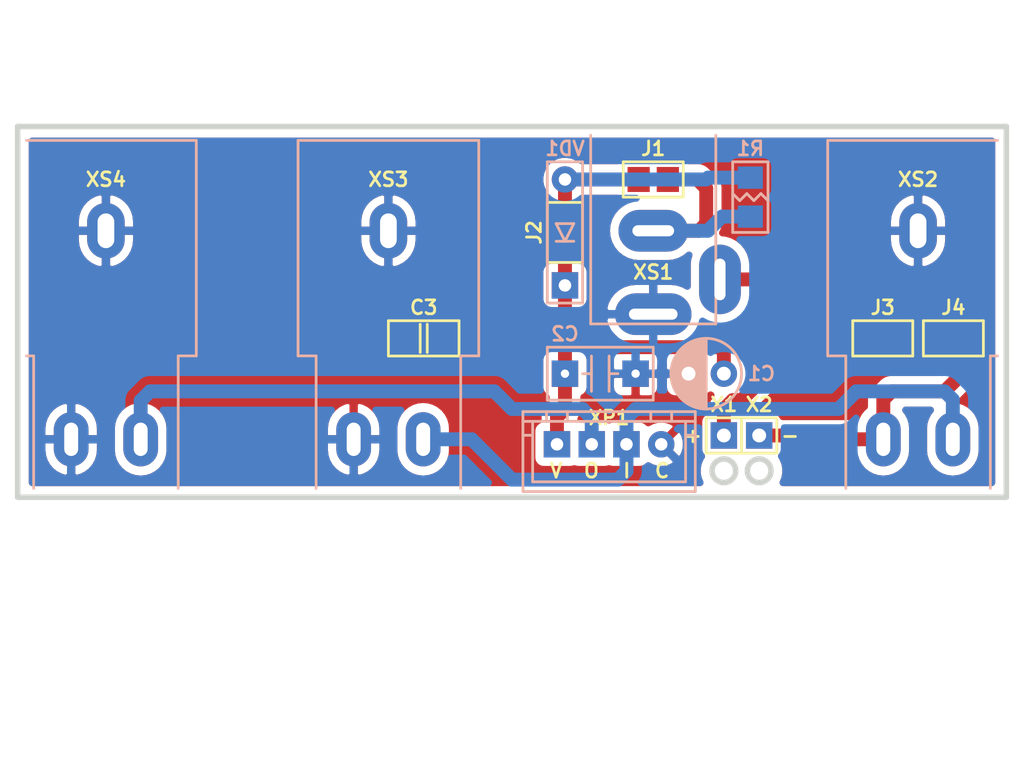
<source format=kicad_pcb>
(kicad_pcb (version 20171130) (host pcbnew 5.1.6-c6e7f7d~87~ubuntu19.10.1)

  (general
    (thickness 1.6)
    (drawings 12)
    (tracks 61)
    (zones 0)
    (modules 17)
    (nets 9)
  )

  (page A4 portrait)
  (title_block
    (title "1590BB2 Connector Board Extended")
    (date 2022-07-16)
    (rev 1A)
    (company "Igor Ivanov")
    (comment 1 https://github.com/Adept666)
    (comment 2 "This project is licensed under GNU General Public License v3.0 or later")
  )

  (layers
    (0 F.Cu jumper)
    (31 B.Cu signal)
    (36 B.SilkS user)
    (37 F.SilkS user)
    (38 B.Mask user)
    (39 F.Mask user)
    (40 Dwgs.User user)
    (44 Edge.Cuts user)
    (45 Margin user)
    (46 B.CrtYd user)
    (47 F.CrtYd user)
    (48 B.Fab user)
    (49 F.Fab user)
  )

  (setup
    (last_trace_width 1)
    (user_trace_width 0.6)
    (trace_clearance 0)
    (zone_clearance 0.6)
    (zone_45_only no)
    (trace_min 0.2)
    (via_size 1.5)
    (via_drill 0.5)
    (via_min_size 0.4)
    (via_min_drill 0.3)
    (uvia_size 0.3)
    (uvia_drill 0.1)
    (uvias_allowed no)
    (uvia_min_size 0)
    (uvia_min_drill 0)
    (edge_width 0.4)
    (segment_width 0.2)
    (pcb_text_width 0.3)
    (pcb_text_size 1.5 1.5)
    (mod_edge_width 0.15)
    (mod_text_size 1 1)
    (mod_text_width 0.15)
    (pad_size 5 3)
    (pad_drill 3.5)
    (pad_to_mask_clearance 0.2)
    (solder_mask_min_width 0.1)
    (aux_axis_origin 0 0)
    (visible_elements 7FFFFFFF)
    (pcbplotparams
      (layerselection 0x20000_7ffffffe)
      (usegerberextensions false)
      (usegerberattributes false)
      (usegerberadvancedattributes false)
      (creategerberjobfile false)
      (excludeedgelayer false)
      (linewidth 0.100000)
      (plotframeref true)
      (viasonmask false)
      (mode 1)
      (useauxorigin false)
      (hpglpennumber 1)
      (hpglpenspeed 20)
      (hpglpendiameter 15.000000)
      (psnegative false)
      (psa4output false)
      (plotreference false)
      (plotvalue true)
      (plotinvisibletext false)
      (padsonsilk true)
      (subtractmaskfromsilk false)
      (outputformat 4)
      (mirror false)
      (drillshape 0)
      (scaleselection 1)
      (outputdirectory ""))
  )

  (net 0 "")
  (net 1 COM)
  (net 2 /PP3-POS)
  (net 3 /PP3-NEG)
  (net 4 V)
  (net 5 /IN-CON)
  (net 6 /OUT-CON)
  (net 7 "Net-(J1-Pad2)")
  (net 8 "Net-(J1-Pad1)")

  (net_class Default "This is the default net class."
    (clearance 0)
    (trace_width 1)
    (via_dia 1.5)
    (via_drill 0.5)
    (uvia_dia 0.3)
    (uvia_drill 0.1)
    (add_net /IN-CON)
    (add_net /OUT-CON)
    (add_net /PP3-NEG)
    (add_net /PP3-POS)
    (add_net COM)
    (add_net "Net-(J1-Pad1)")
    (add_net "Net-(J1-Pad2)")
    (add_net V)
  )

  (module SBKCL-TH-ML:CON-PJ-651A-01-DRY-OUT-OVAL (layer B.Cu) (tedit 62D23AC6) (tstamp 62D2DE27)
    (at 96.52 135.255)
    (path /609B0F02)
    (fp_text reference XS3 (at 0 3.81) (layer F.SilkS)
      (effects (font (size 1 1) (thickness 0.2)))
    )
    (fp_text value PJ-651A-01 (at 0 13.335) (layer B.Fab)
      (effects (font (size 1 1) (thickness 0.2)) (justify mirror))
    )
    (fp_line (start -6.928203 -2.5) (end 6.928203 -2.5) (layer B.Fab) (width 0.2))
    (fp_line (start 6.928203 -0.5) (end 6.928203 -2.5) (layer B.Fab) (width 0.2))
    (fp_line (start 3.464102 -0.5) (end 3.464102 -2.5) (layer B.Fab) (width 0.2))
    (fp_line (start -3.464102 -0.5) (end -3.464102 -2.5) (layer B.Fab) (width 0.2))
    (fp_line (start -6.928203 -0.5) (end -6.928203 -2.5) (layer B.Fab) (width 0.2))
    (fp_line (start -7.5 -0.5) (end 7.5 -0.5) (layer B.Fab) (width 0.2))
    (fp_line (start 7.5 0) (end 7.5 -0.5) (layer B.Fab) (width 0.2))
    (fp_line (start -7.5 0) (end -7.5 -0.5) (layer B.Fab) (width 0.2))
    (fp_line (start 6.5 16.5) (end 6.5 1) (layer B.SilkS) (width 0.2))
    (fp_line (start -6.5 16.5) (end -6.5 1) (layer B.SilkS) (width 0.2))
    (fp_line (start 5.2 16.5) (end 6.5 16.5) (layer B.SilkS) (width 0.2))
    (fp_line (start -6.5 16.5) (end -5.2 16.5) (layer B.SilkS) (width 0.2))
    (fp_line (start 5.2 16.5) (end 6.5 16.5) (layer B.CrtYd) (width 0.1))
    (fp_line (start -6.5 16.5) (end -5.2 16.5) (layer B.CrtYd) (width 0.1))
    (fp_line (start -5.2 26.5) (end 5.2 26.5) (layer B.Fab) (width 0.2))
    (fp_line (start -6.5 1) (end 6.5 1) (layer B.Fab) (width 0.2))
    (fp_line (start -7.5 0) (end 7.5 0) (layer B.Fab) (width 0.2))
    (fp_line (start -4.5 -9) (end 4.5 -9) (layer B.Fab) (width 0.2))
    (fp_line (start -5.2 26.5) (end -5.2 16.5) (layer B.Fab) (width 0.2))
    (fp_line (start 5.2 26.5) (end 5.2 16.5) (layer B.Fab) (width 0.2))
    (fp_line (start -5.5 1) (end -5.5 0) (layer B.Fab) (width 0.2))
    (fp_line (start 5.5 1) (end 5.5 0) (layer B.Fab) (width 0.2))
    (fp_line (start -4.5 -2.5) (end -4.5 -9) (layer B.Fab) (width 0.2))
    (fp_line (start 4.5 -2.5) (end 4.5 -9) (layer B.Fab) (width 0.2))
    (fp_line (start -6.5 1) (end 6.5 1) (layer B.SilkS) (width 0.2))
    (fp_line (start -5.2 26.035) (end -5.2 16.5) (layer B.SilkS) (width 0.2))
    (fp_line (start 5.2 26.035) (end 5.2 16.5) (layer B.SilkS) (width 0.2))
    (fp_line (start -5.2 26.5) (end 5.2 26.5) (layer B.CrtYd) (width 0.1))
    (fp_line (start -7.5 -9) (end 7.5 -9) (layer B.CrtYd) (width 0.1))
    (fp_line (start -6.5 16.5) (end -6.5 1) (layer B.CrtYd) (width 0.1))
    (fp_line (start 6.5 16.5) (end 6.5 1) (layer B.CrtYd) (width 0.1))
    (fp_line (start -5.2 26.5) (end -5.2 16.5) (layer B.CrtYd) (width 0.1))
    (fp_line (start 5.2 26.5) (end 5.2 16.5) (layer B.CrtYd) (width 0.1))
    (fp_line (start -6.5 1) (end -5.5 1) (layer B.CrtYd) (width 0.1))
    (fp_line (start 5.5 1) (end 6.5 1) (layer B.CrtYd) (width 0.1))
    (fp_line (start -7.5 0) (end -5.5 0) (layer B.CrtYd) (width 0.1))
    (fp_line (start 5.5 0) (end 7.5 0) (layer B.CrtYd) (width 0.1))
    (fp_line (start -5.5 1) (end -5.5 0) (layer B.CrtYd) (width 0.1))
    (fp_line (start 5.5 1) (end 5.5 0) (layer B.CrtYd) (width 0.1))
    (fp_line (start -7.5 0) (end -7.5 -9) (layer B.CrtYd) (width 0.1))
    (fp_line (start 7.5 0) (end 7.5 -9) (layer B.CrtYd) (width 0.1))
    (fp_line (start -6.5 16.5) (end -6.5 1) (layer B.Fab) (width 0.2))
    (fp_line (start 6.5 16.5) (end 6.5 1) (layer B.Fab) (width 0.2))
    (fp_line (start -6.5 16.5) (end -5.2 16.5) (layer B.Fab) (width 0.2))
    (fp_line (start 5.2 16.5) (end 6.5 16.5) (layer B.Fab) (width 0.2))
    (pad R thru_hole oval (at -2.5 22.5) (size 2.5 3.9) (drill oval 1 2.4) (layers *.Cu *.Mask)
      (net 1 COM))
    (pad T thru_hole oval (at 2.5 22.5) (size 2.5 3.9) (drill oval 1 2.4) (layers *.Cu *.Mask)
      (net 5 /IN-CON))
    (pad S thru_hole oval (at 0 7.5) (size 2.7 4) (drill oval 1.2 2.5) (layers *.Cu *.Mask)
      (net 1 COM))
  )

  (module SBKCL-TH-ML:CON-PJ-651A-01-IN-OVAL (layer B.Cu) (tedit 62D1B31A) (tstamp 62D2DB11)
    (at 134.62 135.255)
    (path /617128AA)
    (fp_text reference XS2 (at 0 3.81) (layer F.SilkS)
      (effects (font (size 1 1) (thickness 0.2)))
    )
    (fp_text value PJ-651A-01 (at 0 13.335) (layer B.Fab)
      (effects (font (size 1 1) (thickness 0.2)) (justify mirror))
    )
    (fp_line (start 3.464102 -0.5) (end 3.464102 -2.5) (layer B.Fab) (width 0.2))
    (fp_line (start -6.5 16.5) (end -6.5 1) (layer B.Fab) (width 0.2))
    (fp_line (start -6.5 16.5) (end -5.2 16.5) (layer B.Fab) (width 0.2))
    (fp_line (start 7.5 0) (end 7.5 -0.5) (layer B.Fab) (width 0.2))
    (fp_line (start -7.5 0) (end -7.5 -0.5) (layer B.Fab) (width 0.2))
    (fp_line (start -5.5 1) (end -5.5 0) (layer B.Fab) (width 0.2))
    (fp_line (start -7.5 0) (end 7.5 0) (layer B.Fab) (width 0.2))
    (fp_line (start 5.2 26.5) (end 5.2 16.5) (layer B.Fab) (width 0.2))
    (fp_line (start 5.5 1) (end 5.5 0) (layer B.Fab) (width 0.2))
    (fp_line (start 4.5 -2.5) (end 4.5 -9) (layer B.Fab) (width 0.2))
    (fp_line (start -6.928203 -2.5) (end 6.928203 -2.5) (layer B.Fab) (width 0.2))
    (fp_line (start 5.2 16.5) (end 6.5 16.5) (layer B.Fab) (width 0.2))
    (fp_line (start -4.5 -9) (end 4.5 -9) (layer B.Fab) (width 0.2))
    (fp_line (start -6.5 1) (end 6.5 1) (layer B.Fab) (width 0.2))
    (fp_line (start 6.5 16.5) (end 6.5 1) (layer B.Fab) (width 0.2))
    (fp_line (start -3.464102 -0.5) (end -3.464102 -2.5) (layer B.Fab) (width 0.2))
    (fp_line (start -4.5 -2.5) (end -4.5 -9) (layer B.Fab) (width 0.2))
    (fp_line (start 6.928203 -0.5) (end 6.928203 -2.5) (layer B.Fab) (width 0.2))
    (fp_line (start -7.5 -0.5) (end 7.5 -0.5) (layer B.Fab) (width 0.2))
    (fp_line (start -5.2 26.5) (end -5.2 16.5) (layer B.Fab) (width 0.2))
    (fp_line (start -5.2 26.5) (end 5.2 26.5) (layer B.Fab) (width 0.2))
    (fp_line (start -6.928203 -0.5) (end -6.928203 -2.5) (layer B.Fab) (width 0.2))
    (fp_line (start 5.2 26.035) (end 5.2 16.5) (layer B.SilkS) (width 0.2))
    (fp_line (start -5.2 26.035) (end -5.2 16.5) (layer B.SilkS) (width 0.2))
    (fp_line (start -6.5 1) (end 5.715 1) (layer B.SilkS) (width 0.2))
    (fp_line (start -6.5 16.5) (end -5.2 16.5) (layer B.SilkS) (width 0.2))
    (fp_line (start 5.2 16.5) (end 5.715 16.5) (layer B.SilkS) (width 0.2))
    (fp_line (start -6.5 16.5) (end -6.5 1) (layer B.SilkS) (width 0.2))
    (fp_line (start 5.5 1) (end 5.5 0) (layer B.CrtYd) (width 0.1))
    (fp_line (start 5.5 0) (end 7.5 0) (layer B.CrtYd) (width 0.1))
    (fp_line (start -7.5 0) (end -5.5 0) (layer B.CrtYd) (width 0.1))
    (fp_line (start -6.5 16.5) (end -5.2 16.5) (layer B.CrtYd) (width 0.1))
    (fp_line (start -5.2 26.5) (end 5.2 26.5) (layer B.CrtYd) (width 0.1))
    (fp_line (start -5.5 1) (end -5.5 0) (layer B.CrtYd) (width 0.1))
    (fp_line (start 7.5 0) (end 7.5 -9) (layer B.CrtYd) (width 0.1))
    (fp_line (start -6.5 16.5) (end -6.5 1) (layer B.CrtYd) (width 0.1))
    (fp_line (start -6.5 1) (end -5.5 1) (layer B.CrtYd) (width 0.1))
    (fp_line (start 5.2 26.5) (end 5.2 16.5) (layer B.CrtYd) (width 0.1))
    (fp_line (start -5.2 26.5) (end -5.2 16.5) (layer B.CrtYd) (width 0.1))
    (fp_line (start -7.5 -9) (end 7.5 -9) (layer B.CrtYd) (width 0.1))
    (fp_line (start 6.5 16.5) (end 6.5 1) (layer B.CrtYd) (width 0.1))
    (fp_line (start 5.5 1) (end 6.5 1) (layer B.CrtYd) (width 0.1))
    (fp_line (start -7.5 0) (end -7.5 -9) (layer B.CrtYd) (width 0.1))
    (fp_line (start 5.2 16.5) (end 6.5 16.5) (layer B.CrtYd) (width 0.1))
    (pad R thru_hole oval (at -2.5 22.5) (size 2.5 3.9) (drill oval 1 2.4) (layers *.Cu *.Mask)
      (net 3 /PP3-NEG))
    (pad T thru_hole oval (at 2.5 22.5) (size 2.5 3.9) (drill oval 1 2.4) (layers *.Cu *.Mask)
      (net 5 /IN-CON))
    (pad S thru_hole oval (at 0 7.5) (size 2.7 4) (drill oval 1.2 2.5) (layers *.Cu *.Mask)
      (net 1 COM))
  )

  (module SBKCL-TH-ML:CON-PJ-651A-01-OUT-OVAL (layer B.Cu) (tedit 62D1B343) (tstamp 62D2D9E2)
    (at 76.2 135.255)
    (path /61D7C59A)
    (fp_text reference XS4 (at 0 3.81) (layer F.SilkS)
      (effects (font (size 1 1) (thickness 0.2)))
    )
    (fp_text value PJ-651A-01 (at 0 13.335) (layer B.Fab)
      (effects (font (size 1 1) (thickness 0.2)) (justify mirror))
    )
    (fp_line (start 3.464102 -0.5) (end 3.464102 -2.5) (layer B.Fab) (width 0.2))
    (fp_line (start -6.5 16.5) (end -6.5 1) (layer B.Fab) (width 0.2))
    (fp_line (start -6.5 16.5) (end -5.2 16.5) (layer B.Fab) (width 0.2))
    (fp_line (start 7.5 0) (end 7.5 -0.5) (layer B.Fab) (width 0.2))
    (fp_line (start -7.5 0) (end -7.5 -0.5) (layer B.Fab) (width 0.2))
    (fp_line (start -5.5 1) (end -5.5 0) (layer B.Fab) (width 0.2))
    (fp_line (start -7.5 0) (end 7.5 0) (layer B.Fab) (width 0.2))
    (fp_line (start 5.2 26.5) (end 5.2 16.5) (layer B.Fab) (width 0.2))
    (fp_line (start 5.5 1) (end 5.5 0) (layer B.Fab) (width 0.2))
    (fp_line (start 4.5 -2.5) (end 4.5 -9) (layer B.Fab) (width 0.2))
    (fp_line (start -6.928203 -2.5) (end 6.928203 -2.5) (layer B.Fab) (width 0.2))
    (fp_line (start 5.2 16.5) (end 6.5 16.5) (layer B.Fab) (width 0.2))
    (fp_line (start -4.5 -9) (end 4.5 -9) (layer B.Fab) (width 0.2))
    (fp_line (start -6.5 1) (end 6.5 1) (layer B.Fab) (width 0.2))
    (fp_line (start 6.5 16.5) (end 6.5 1) (layer B.Fab) (width 0.2))
    (fp_line (start -3.464102 -0.5) (end -3.464102 -2.5) (layer B.Fab) (width 0.2))
    (fp_line (start -4.5 -2.5) (end -4.5 -9) (layer B.Fab) (width 0.2))
    (fp_line (start 6.928203 -0.5) (end 6.928203 -2.5) (layer B.Fab) (width 0.2))
    (fp_line (start -7.5 -0.5) (end 7.5 -0.5) (layer B.Fab) (width 0.2))
    (fp_line (start -5.2 26.5) (end -5.2 16.5) (layer B.Fab) (width 0.2))
    (fp_line (start -5.2 26.5) (end 5.2 26.5) (layer B.Fab) (width 0.2))
    (fp_line (start -6.928203 -0.5) (end -6.928203 -2.5) (layer B.Fab) (width 0.2))
    (fp_line (start 5.2 26.035) (end 5.2 16.5) (layer B.SilkS) (width 0.2))
    (fp_line (start -5.2 26.035) (end -5.2 16.5) (layer B.SilkS) (width 0.2))
    (fp_line (start -5.715 1) (end 6.5 1) (layer B.SilkS) (width 0.2))
    (fp_line (start -5.715 16.5) (end -5.2 16.5) (layer B.SilkS) (width 0.2))
    (fp_line (start 5.2 16.5) (end 6.5 16.5) (layer B.SilkS) (width 0.2))
    (fp_line (start 6.5 16.5) (end 6.5 1) (layer B.SilkS) (width 0.2))
    (fp_line (start 5.5 1) (end 5.5 0) (layer B.CrtYd) (width 0.1))
    (fp_line (start 5.5 0) (end 7.5 0) (layer B.CrtYd) (width 0.1))
    (fp_line (start -7.5 0) (end -5.5 0) (layer B.CrtYd) (width 0.1))
    (fp_line (start -6.5 16.5) (end -5.2 16.5) (layer B.CrtYd) (width 0.1))
    (fp_line (start -5.2 26.5) (end 5.2 26.5) (layer B.CrtYd) (width 0.1))
    (fp_line (start -5.5 1) (end -5.5 0) (layer B.CrtYd) (width 0.1))
    (fp_line (start 7.5 0) (end 7.5 -9) (layer B.CrtYd) (width 0.1))
    (fp_line (start -6.5 16.5) (end -6.5 1) (layer B.CrtYd) (width 0.1))
    (fp_line (start -6.5 1) (end -5.5 1) (layer B.CrtYd) (width 0.1))
    (fp_line (start 5.2 26.5) (end 5.2 16.5) (layer B.CrtYd) (width 0.1))
    (fp_line (start -5.2 26.5) (end -5.2 16.5) (layer B.CrtYd) (width 0.1))
    (fp_line (start -7.5 -9) (end 7.5 -9) (layer B.CrtYd) (width 0.1))
    (fp_line (start 6.5 16.5) (end 6.5 1) (layer B.CrtYd) (width 0.1))
    (fp_line (start 5.5 1) (end 6.5 1) (layer B.CrtYd) (width 0.1))
    (fp_line (start -7.5 0) (end -7.5 -9) (layer B.CrtYd) (width 0.1))
    (fp_line (start 5.2 16.5) (end 6.5 16.5) (layer B.CrtYd) (width 0.1))
    (pad S thru_hole oval (at 0 7.5) (size 2.7 4) (drill oval 1.2 2.5) (layers *.Cu *.Mask)
      (net 1 COM))
    (pad T thru_hole oval (at 2.5 22.5) (size 2.5 3.9) (drill oval 1 2.4) (layers *.Cu *.Mask)
      (net 6 /OUT-CON))
    (pad R thru_hole oval (at -2.5 22.5) (size 2.5 3.9) (drill oval 1 2.4) (layers *.Cu *.Mask)
      (net 1 COM))
  )

  (module SBKCL-TH-ML:CON-DC-005-9V-OVAL (layer B.Cu) (tedit 61CEB1E7) (tstamp 62D2DBDB)
    (at 115.57 135.255)
    (path /619BF43C)
    (fp_text reference XS1 (at 0 10.4775) (layer F.SilkS)
      (effects (font (size 1 1) (thickness 0.2)))
    )
    (fp_text value DC-005 (at 0 6.985) (layer B.Fab)
      (effects (font (size 1 1) (thickness 0.2)) (justify mirror))
    )
    (fp_line (start 4.5 14.2) (end 4.5 0.635) (layer B.SilkS) (width 0.2))
    (fp_line (start -4.5 14.2) (end -4.5 0.635) (layer B.SilkS) (width 0.2))
    (fp_line (start -4.5 14.2) (end 4.5 14.2) (layer B.SilkS) (width 0.2))
    (fp_line (start -4.5 3.3) (end 4.5 3.3) (layer B.Fab) (width 0.2))
    (fp_line (start 5.2 14.2) (end 5.2 0) (layer B.CrtYd) (width 0.1))
    (fp_line (start -4.5 14.2) (end -4.5 0) (layer B.CrtYd) (width 0.1))
    (fp_line (start -4.5 0) (end 5.2 0) (layer B.CrtYd) (width 0.1))
    (fp_line (start -4.5 14.2) (end 5.2 14.2) (layer B.CrtYd) (width 0.1))
    (fp_line (start -4.5 14.2) (end -4.5 0) (layer B.Fab) (width 0.2))
    (fp_line (start -4.5 0) (end 4.5 0) (layer B.Fab) (width 0.2))
    (fp_line (start 4.5 14.2) (end 4.5 0) (layer B.Fab) (width 0.2))
    (fp_line (start -4.5 14.2) (end 4.5 14.2) (layer B.Fab) (width 0.2))
    (pad S thru_hole oval (at 0 7.5) (size 5 3) (drill oval 3 0.8) (layers *.Cu *.Mask)
      (net 8 "Net-(J1-Pad1)"))
    (pad SN thru_hole oval (at 4.8 11) (size 3 5) (drill oval 0.8 3) (layers *.Cu *.Mask)
      (net 2 /PP3-POS))
    (pad C thru_hole oval (at 0 13.5) (size 5.5 3) (drill oval 3.5 0.8) (layers *.Cu *.Mask)
      (net 1 COM))
  )

  (module KCL-TH-ML:P-DO-41 (layer B.Cu) (tedit 6110D669) (tstamp 62D2DCEA)
    (at 109.22 142.875 270)
    (path /61DC203D)
    (fp_text reference VD1 (at -6.0325 0) (layer B.SilkS)
      (effects (font (size 1 1) (thickness 0.2)) (justify mirror))
    )
    (fp_text value 5817 (at 0 0 270) (layer B.Fab)
      (effects (font (size 1 1) (thickness 0.2)) (justify mirror))
    )
    (fp_line (start 1.8175 1.1875) (end 1.8175 -1.1875) (layer B.Fab) (width 0.2))
    (fp_line (start 0.635 0.635) (end 0.635 -0.635) (layer B.SilkS) (width 0.2))
    (fp_line (start -0.635 -0.635) (end 0.635 0) (layer B.SilkS) (width 0.2))
    (fp_line (start -0.635 0.635) (end 0.635 0) (layer B.SilkS) (width 0.2))
    (fp_line (start -0.635 0.635) (end -0.635 -0.635) (layer B.SilkS) (width 0.2))
    (fp_line (start -5.08 -1.27) (end -5.08 1.27) (layer B.CrtYd) (width 0.1))
    (fp_line (start 5.08 -1.27) (end -5.08 -1.27) (layer B.CrtYd) (width 0.1))
    (fp_line (start 5.08 1.27) (end 5.08 -1.27) (layer B.CrtYd) (width 0.1))
    (fp_line (start -5.08 1.27) (end 5.08 1.27) (layer B.CrtYd) (width 0.1))
    (fp_line (start 5.08 1.27) (end 5.08 -1.27) (layer B.SilkS) (width 0.2))
    (fp_line (start -5.08 1.27) (end -5.08 -1.27) (layer B.SilkS) (width 0.2))
    (fp_line (start -5.08 -1.27) (end 5.08 -1.27) (layer B.SilkS) (width 0.2))
    (fp_line (start -5.08 1.27) (end 5.08 1.27) (layer B.SilkS) (width 0.2))
    (fp_line (start 2.3175 1.1875) (end 2.3175 -1.1875) (layer B.Fab) (width 0.2))
    (fp_line (start -2.3175 1.1875) (end -2.3175 -1.1875) (layer B.Fab) (width 0.2))
    (fp_line (start -2.3175 -1.1875) (end 2.3175 -1.1875) (layer B.Fab) (width 0.2))
    (fp_line (start -2.3175 1.1875) (end 2.3175 1.1875) (layer B.Fab) (width 0.2))
    (pad C thru_hole rect (at 3.81 0 270) (size 1.9 1.9) (drill 0.9) (layers *.Cu *.Mask)
      (net 4 V))
    (pad A thru_hole circle (at -3.81 0 270) (size 1.9 1.9) (drill 0.9) (layers *.Cu *.Mask)
      (net 7 "Net-(J1-Pad2)"))
  )

  (module KCL-TH-ML:CON-XH-B4B-A (layer B.Cu) (tedit 61A18FD4) (tstamp 62D2DC65)
    (at 112.395 158.115 180)
    (path /61A88544)
    (fp_text reference XP1 (at 0 1.905) (layer F.SilkS)
      (effects (font (size 1 1) (thickness 0.2)))
    )
    (fp_text value B4B-XH-A (at 0 -0.635) (layer B.Fab)
      (effects (font (size 1 1) (thickness 0.2)) (justify mirror))
    )
    (fp_line (start -4.5 2.35) (end -4.5 1.65) (layer B.SilkS) (width 0.2))
    (fp_line (start 4.5 2.35) (end 4.5 1.65) (layer B.SilkS) (width 0.2))
    (fp_line (start -6.2 1.65) (end 6.2 1.65) (layer B.SilkS) (width 0.2))
    (fp_line (start 6.2 2.35) (end 6.2 -3.4) (layer B.SilkS) (width 0.2))
    (fp_line (start -5.5 1.65) (end -5.5 -2.7) (layer B.SilkS) (width 0.2))
    (fp_line (start -6.2 2.35) (end -6.2 -3.4) (layer B.SilkS) (width 0.2))
    (fp_line (start 5.5 0.65) (end 6.2 0.65) (layer B.SilkS) (width 0.2))
    (fp_line (start 5.5 1.65) (end 5.5 -2.7) (layer B.SilkS) (width 0.2))
    (fp_line (start -5.5 -2.7) (end 5.5 -2.7) (layer B.SilkS) (width 0.2))
    (fp_line (start -3 2.35) (end -3 1.65) (layer B.SilkS) (width 0.2))
    (fp_line (start -6.2 0.65) (end -5.5 0.65) (layer B.SilkS) (width 0.2))
    (fp_line (start 3 2.35) (end 3 1.65) (layer B.SilkS) (width 0.2))
    (fp_line (start -6.2 -3.4) (end 6.2 -3.4) (layer B.SilkS) (width 0.2))
    (fp_line (start -6.2 2.35) (end 6.2 2.35) (layer B.SilkS) (width 0.2))
    (fp_line (start 4.5 2.35) (end 4.5 1.65) (layer B.Fab) (width 0.2))
    (fp_line (start -3 2.35) (end -3 1.65) (layer B.Fab) (width 0.2))
    (fp_line (start -6.2 2.35) (end -6.2 -3.4) (layer B.Fab) (width 0.2))
    (fp_line (start 5.5 1.65) (end 5.5 -2.7) (layer B.Fab) (width 0.2))
    (fp_line (start 6.2 2.35) (end 6.2 -3.4) (layer B.Fab) (width 0.2))
    (fp_line (start -6.2 2.35) (end 6.2 2.35) (layer B.Fab) (width 0.2))
    (fp_line (start 6.2 2.35) (end 6.2 -3.4) (layer B.CrtYd) (width 0.1))
    (fp_line (start -5.5 1.65) (end -5.5 -2.7) (layer B.Fab) (width 0.2))
    (fp_line (start -6.2 -3.4) (end 6.2 -3.4) (layer B.CrtYd) (width 0.1))
    (fp_line (start -6.2 1.65) (end 6.2 1.65) (layer B.Fab) (width 0.2))
    (fp_line (start -6.2 0.65) (end -5.5 0.65) (layer B.Fab) (width 0.2))
    (fp_line (start 3 2.35) (end 3 1.65) (layer B.Fab) (width 0.2))
    (fp_line (start -5.5 -2.7) (end 5.5 -2.7) (layer B.Fab) (width 0.2))
    (fp_line (start -6.2 2.35) (end -6.2 -3.4) (layer B.CrtYd) (width 0.1))
    (fp_line (start -6.2 2.35) (end 6.2 2.35) (layer B.CrtYd) (width 0.1))
    (fp_line (start -6.2 -3.4) (end 6.2 -3.4) (layer B.Fab) (width 0.2))
    (fp_line (start -4.5 2.35) (end -4.5 1.65) (layer B.Fab) (width 0.2))
    (fp_line (start 5.5 0.65) (end 6.2 0.65) (layer B.Fab) (width 0.2))
    (pad 1 thru_hole circle (at -3.75 0 180) (size 1.9 1.9) (drill 0.9) (layers *.Cu *.Mask)
      (net 1 COM))
    (pad 2 thru_hole rect (at -1.25 0 180) (size 1.9 1.9) (drill 0.9) (layers *.Cu *.Mask)
      (net 5 /IN-CON))
    (pad 3 thru_hole rect (at 1.25 0 180) (size 1.9 1.9) (drill 0.9) (layers *.Cu *.Mask)
      (net 6 /OUT-CON))
    (pad 4 thru_hole rect (at 3.75 0 180) (size 1.9 1.9) (drill 0.9) (layers *.Cu *.Mask)
      (net 4 V))
  )

  (module KCL:C-SM-1206 (layer F.Cu) (tedit 5FF35261) (tstamp 62D2DC18)
    (at 99.06 150.495 180)
    (path /61BC19F4)
    (fp_text reference C3 (at 0 2.2225) (layer F.SilkS)
      (effects (font (size 1 1) (thickness 0.2)))
    )
    (fp_text value 104 (at 0 0) (layer F.Fab)
      (effects (font (size 1 1) (thickness 0.2)))
    )
    (fp_line (start -1.6 -0.8) (end -1.6 0.8) (layer F.Fab) (width 0.2))
    (fp_line (start -1.6 0.8) (end 1.6 0.8) (layer F.Fab) (width 0.2))
    (fp_line (start 1.6 -0.8) (end 1.6 0.8) (layer F.Fab) (width 0.2))
    (fp_line (start -1.6 -0.8) (end 1.6 -0.8) (layer F.Fab) (width 0.2))
    (fp_line (start -2.54 -1.27) (end -2.54 1.27) (layer F.SilkS) (width 0.2))
    (fp_line (start 2.54 -1.27) (end 2.54 1.27) (layer F.SilkS) (width 0.2))
    (fp_line (start -0.254 -1.016) (end -0.254 1.016) (layer F.SilkS) (width 0.2))
    (fp_line (start 0.254 -1.016) (end 0.254 1.016) (layer F.SilkS) (width 0.2))
    (fp_line (start -2.54 -1.27) (end 2.54 -1.27) (layer F.SilkS) (width 0.2))
    (fp_line (start -2.54 1.27) (end 2.54 1.27) (layer F.SilkS) (width 0.2))
    (fp_line (start -2.54 1.27) (end -2.54 -1.27) (layer F.CrtYd) (width 0.1))
    (fp_line (start 2.54 1.27) (end -2.54 1.27) (layer F.CrtYd) (width 0.1))
    (fp_line (start 2.54 -1.27) (end 2.54 1.27) (layer F.CrtYd) (width 0.1))
    (fp_line (start -2.54 -1.27) (end 2.54 -1.27) (layer F.CrtYd) (width 0.1))
    (pad 2 smd rect (at 1.4 0 180) (size 1.6 1.8) (layers F.Cu F.Mask)
      (net 1 COM))
    (pad 1 smd rect (at -1.4 0 180) (size 1.6 1.8) (layers F.Cu F.Mask)
      (net 4 V))
  )

  (module KCL:J-SB-1206-2 (layer F.Cu) (tedit 61A37A89) (tstamp 62D2DD9C)
    (at 137.16 150.495 180)
    (path /61BCF730)
    (fp_text reference J4 (at 0 2.2225) (layer F.SilkS)
      (effects (font (size 1 1) (thickness 0.2)))
    )
    (fp_text value J4 (at 0 0.9525) (layer F.Fab)
      (effects (font (size 1 1) (thickness 0.2)))
    )
    (fp_line (start -2.159 -1.27) (end 2.159 -1.27) (layer F.CrtYd) (width 0.1))
    (fp_line (start 2.159 -1.27) (end 2.159 1.27) (layer F.CrtYd) (width 0.1))
    (fp_line (start -2.159 1.27) (end 2.159 1.27) (layer F.CrtYd) (width 0.1))
    (fp_line (start -2.159 -1.27) (end -2.159 1.27) (layer F.CrtYd) (width 0.1))
    (fp_line (start -2.159 1.27) (end 2.159 1.27) (layer F.SilkS) (width 0.2))
    (fp_line (start -2.159 -1.27) (end 2.159 -1.27) (layer F.SilkS) (width 0.2))
    (fp_line (start 2.159 -1.27) (end 2.159 1.27) (layer F.SilkS) (width 0.2))
    (fp_line (start -2.159 -1.27) (end -2.159 1.27) (layer F.SilkS) (width 0.2))
    (fp_line (start -1.05 0) (end 1.05 0) (layer F.Fab) (width 0.2))
    (pad 1 smd rect (at -1.05 0 180) (size 1.6 1.8) (layers F.Cu F.Mask)
      (net 3 /PP3-NEG))
    (pad 2 smd rect (at 1.05 0 180) (size 1.6 1.8) (layers F.Cu F.Mask)
      (net 1 COM))
  )

  (module KCL:J-SB-1206-2 (layer F.Cu) (tedit 61A37A89) (tstamp 62D2DA7B)
    (at 132.08 150.495)
    (path /61BB2CE9)
    (fp_text reference J3 (at 0 -2.2225) (layer F.SilkS)
      (effects (font (size 1 1) (thickness 0.2)))
    )
    (fp_text value J3 (at 0 -0.9525) (layer F.Fab)
      (effects (font (size 1 1) (thickness 0.2)))
    )
    (fp_line (start -2.159 -1.27) (end 2.159 -1.27) (layer F.CrtYd) (width 0.1))
    (fp_line (start 2.159 -1.27) (end 2.159 1.27) (layer F.CrtYd) (width 0.1))
    (fp_line (start -2.159 1.27) (end 2.159 1.27) (layer F.CrtYd) (width 0.1))
    (fp_line (start -2.159 -1.27) (end -2.159 1.27) (layer F.CrtYd) (width 0.1))
    (fp_line (start -2.159 1.27) (end 2.159 1.27) (layer F.SilkS) (width 0.2))
    (fp_line (start -2.159 -1.27) (end 2.159 -1.27) (layer F.SilkS) (width 0.2))
    (fp_line (start 2.159 -1.27) (end 2.159 1.27) (layer F.SilkS) (width 0.2))
    (fp_line (start -2.159 -1.27) (end -2.159 1.27) (layer F.SilkS) (width 0.2))
    (fp_line (start -1.05 0) (end 1.05 0) (layer F.Fab) (width 0.2))
    (pad 1 smd rect (at -1.05 0) (size 1.6 1.8) (layers F.Cu F.Mask)
      (net 2 /PP3-POS))
    (pad 2 smd rect (at 1.05 0) (size 1.6 1.8) (layers F.Cu F.Mask)
      (net 1 COM))
  )

  (module KCL:J-SB-1206-2 (layer F.Cu) (tedit 61A37A89) (tstamp 62D2DD54)
    (at 109.22 142.875 270)
    (path /61A33AAA)
    (fp_text reference J2 (at 0 2.2225 90) (layer F.SilkS)
      (effects (font (size 1 1) (thickness 0.2)))
    )
    (fp_text value J2 (at 0 0.9525 90) (layer F.Fab)
      (effects (font (size 1 1) (thickness 0.2)))
    )
    (fp_line (start -2.159 -1.27) (end 2.159 -1.27) (layer F.CrtYd) (width 0.1))
    (fp_line (start 2.159 -1.27) (end 2.159 1.27) (layer F.CrtYd) (width 0.1))
    (fp_line (start -2.159 1.27) (end 2.159 1.27) (layer F.CrtYd) (width 0.1))
    (fp_line (start -2.159 -1.27) (end -2.159 1.27) (layer F.CrtYd) (width 0.1))
    (fp_line (start -2.159 1.27) (end 2.159 1.27) (layer F.SilkS) (width 0.2))
    (fp_line (start -2.159 -1.27) (end 2.159 -1.27) (layer F.SilkS) (width 0.2))
    (fp_line (start 2.159 -1.27) (end 2.159 1.27) (layer F.SilkS) (width 0.2))
    (fp_line (start -2.159 -1.27) (end -2.159 1.27) (layer F.SilkS) (width 0.2))
    (fp_line (start -1.05 0) (end 1.05 0) (layer F.Fab) (width 0.2))
    (pad 1 smd rect (at -1.05 0 270) (size 1.6 1.8) (layers F.Cu F.Mask)
      (net 7 "Net-(J1-Pad2)"))
    (pad 2 smd rect (at 1.05 0 270) (size 1.6 1.8) (layers F.Cu F.Mask)
      (net 4 V))
  )

  (module KCL:J-SB-1206-2 (layer F.Cu) (tedit 61A37A89) (tstamp 62D2DD2A)
    (at 115.57 139.065 180)
    (path /61A32629)
    (fp_text reference J1 (at 0 2.2225) (layer F.SilkS)
      (effects (font (size 1 1) (thickness 0.2)))
    )
    (fp_text value J1 (at 0 0.9525) (layer F.Fab)
      (effects (font (size 1 1) (thickness 0.2)))
    )
    (fp_line (start -2.159 -1.27) (end 2.159 -1.27) (layer F.CrtYd) (width 0.1))
    (fp_line (start 2.159 -1.27) (end 2.159 1.27) (layer F.CrtYd) (width 0.1))
    (fp_line (start -2.159 1.27) (end 2.159 1.27) (layer F.CrtYd) (width 0.1))
    (fp_line (start -2.159 -1.27) (end -2.159 1.27) (layer F.CrtYd) (width 0.1))
    (fp_line (start -2.159 1.27) (end 2.159 1.27) (layer F.SilkS) (width 0.2))
    (fp_line (start -2.159 -1.27) (end 2.159 -1.27) (layer F.SilkS) (width 0.2))
    (fp_line (start 2.159 -1.27) (end 2.159 1.27) (layer F.SilkS) (width 0.2))
    (fp_line (start -2.159 -1.27) (end -2.159 1.27) (layer F.SilkS) (width 0.2))
    (fp_line (start -1.05 0) (end 1.05 0) (layer F.Fab) (width 0.2))
    (pad 1 smd rect (at -1.05 0 180) (size 1.6 1.8) (layers F.Cu F.Mask)
      (net 8 "Net-(J1-Pad1)"))
    (pad 2 smd rect (at 1.05 0 180) (size 1.6 1.8) (layers F.Cu F.Mask)
      (net 7 "Net-(J1-Pad2)"))
  )

  (module KCL:R-SM-1206 (layer B.Cu) (tedit 610FE4F7) (tstamp 62D2DAB3)
    (at 122.555 140.335 90)
    (path /61A3ECF5)
    (fp_text reference R1 (at 3.4925 0 180) (layer B.SilkS)
      (effects (font (size 1 1) (thickness 0.2)) (justify mirror))
    )
    (fp_text value 470 (at 0 0 270) (layer B.Fab)
      (effects (font (size 1 1) (thickness 0.2)) (justify mirror))
    )
    (fp_line (start -2.54 1.27) (end 2.54 1.27) (layer B.CrtYd) (width 0.1))
    (fp_line (start 2.54 1.27) (end 2.54 -1.27) (layer B.CrtYd) (width 0.1))
    (fp_line (start -2.54 -1.27) (end 2.54 -1.27) (layer B.CrtYd) (width 0.1))
    (fp_line (start -2.54 1.27) (end -2.54 -1.27) (layer B.CrtYd) (width 0.1))
    (fp_line (start -0.254 0.254) (end 0.254 0.762) (layer B.SilkS) (width 0.2))
    (fp_line (start 0.254 0.762) (end -0.254 1.27) (layer B.SilkS) (width 0.2))
    (fp_line (start -0.254 0.254) (end 0.254 -0.254) (layer B.SilkS) (width 0.2))
    (fp_line (start 0.254 -0.254) (end -0.254 -0.762) (layer B.SilkS) (width 0.2))
    (fp_line (start -0.254 -0.762) (end 0.254 -1.27) (layer B.SilkS) (width 0.2))
    (fp_line (start -2.54 -1.27) (end 2.54 -1.27) (layer B.SilkS) (width 0.2))
    (fp_line (start -2.54 1.27) (end 2.54 1.27) (layer B.SilkS) (width 0.2))
    (fp_line (start 2.54 1.27) (end 2.54 -1.27) (layer B.SilkS) (width 0.2))
    (fp_line (start -2.54 1.27) (end -2.54 -1.27) (layer B.SilkS) (width 0.2))
    (fp_line (start -1.6 0.8) (end 1.6 0.8) (layer B.Fab) (width 0.2))
    (fp_line (start 1.6 0.8) (end 1.6 -0.8) (layer B.Fab) (width 0.2))
    (fp_line (start -1.6 -0.8) (end 1.6 -0.8) (layer B.Fab) (width 0.2))
    (fp_line (start -1.6 0.8) (end -1.6 -0.8) (layer B.Fab) (width 0.2))
    (pad 1 smd rect (at -1.4 0 90) (size 1.6 1.8) (layers B.Cu B.Mask)
      (net 8 "Net-(J1-Pad1)"))
    (pad 2 smd rect (at 1.4 0 90) (size 1.6 1.8) (layers B.Cu B.Mask)
      (net 7 "Net-(J1-Pad2)"))
  )

  (module KCL-TH-ML:C-DISK-D04.2-T03.0-P05.08-d0.5 (layer B.Cu) (tedit 616F04F4) (tstamp 62D2D95F)
    (at 111.76 153.035)
    (path /619BF43D)
    (fp_text reference C2 (at -2.54 -2.8575) (layer B.SilkS)
      (effects (font (size 1 1) (thickness 0.2)) (justify mirror))
    )
    (fp_text value 104 (at 0 0) (layer B.Fab)
      (effects (font (size 1 1) (thickness 0.2)) (justify mirror))
    )
    (fp_line (start -0.6 1.5) (end 0.6 1.5) (layer B.Fab) (width 0.2))
    (fp_line (start -0.6 -1.5) (end 0.6 -1.5) (layer B.Fab) (width 0.2))
    (fp_line (start -3.81 1.905) (end 3.81 1.905) (layer B.SilkS) (width 0.2))
    (fp_line (start -3.81 -1.905) (end 3.81 -1.905) (layer B.SilkS) (width 0.2))
    (fp_line (start -3.81 1.905) (end -3.81 -1.905) (layer B.SilkS) (width 0.2))
    (fp_line (start 3.81 1.905) (end 3.81 -1.905) (layer B.SilkS) (width 0.2))
    (fp_line (start -1.27 0) (end -0.635 0) (layer B.SilkS) (width 0.2))
    (fp_line (start 0.635 0) (end 1.27 0) (layer B.SilkS) (width 0.2))
    (fp_line (start -0.635 1.27) (end -0.635 -1.27) (layer B.SilkS) (width 0.2))
    (fp_line (start 0.635 1.27) (end 0.635 -1.27) (layer B.SilkS) (width 0.2))
    (fp_line (start -3.81 1.905) (end 3.81 1.905) (layer B.CrtYd) (width 0.1))
    (fp_line (start -3.81 -1.905) (end 3.81 -1.905) (layer B.CrtYd) (width 0.1))
    (fp_line (start -3.81 1.905) (end -3.81 -1.905) (layer B.CrtYd) (width 0.1))
    (fp_line (start 3.81 1.905) (end 3.81 -1.905) (layer B.CrtYd) (width 0.1))
    (fp_arc (start 0.6 0) (end 0.6 -1.5) (angle 180) (layer B.Fab) (width 0.2))
    (fp_arc (start -0.6 0) (end -0.6 1.5) (angle 180) (layer B.Fab) (width 0.2))
    (pad 1 thru_hole rect (at -2.54 0) (size 1.9 1.9) (drill 0.6) (layers *.Cu *.Mask)
      (net 4 V))
    (pad 2 thru_hole rect (at 2.54 0) (size 1.9 1.9) (drill 0.6) (layers *.Cu *.Mask)
      (net 1 COM))
  )

  (module KCL-TH-ML:CON-PAD-S-1.0-1.9 (layer F.Cu) (tedit 61137895) (tstamp 62D2DDE0)
    (at 120.65 157.48)
    (path /619BF442)
    (fp_text reference X1 (at 0 -2.2225) (layer F.SilkS)
      (effects (font (size 1 1) (thickness 0.2)))
    )
    (fp_text value + (at 0 2.54) (layer F.Fab)
      (effects (font (size 1 1) (thickness 0.2)))
    )
    (fp_line (start 1.27 -1.27) (end 1.27 1.27) (layer F.SilkS) (width 0.2))
    (fp_line (start -1.27 -1.27) (end -1.27 1.27) (layer F.SilkS) (width 0.2))
    (fp_line (start -1.27 1.27) (end 1.27 1.27) (layer F.SilkS) (width 0.2))
    (fp_line (start -1.27 -1.27) (end 1.27 -1.27) (layer F.SilkS) (width 0.2))
    (fp_circle (center 0 0) (end 0.5 0) (layer F.Fab) (width 0.2))
    (fp_circle (center 0 0) (end 0.5 0) (layer F.CrtYd) (width 0.1))
    (pad 1 thru_hole rect (at 0 0) (size 1.9 1.9) (drill 1) (layers *.Cu *.Mask)
      (net 2 /PP3-POS) (solder_mask_margin 0.2))
  )

  (module KCL:B-PP3-HV (layer F.Cu) (tedit 5E590763) (tstamp 61D000C8)
    (at 105.41 172.72)
    (path /619BF44A)
    (fp_text reference GB1 (at 0 0) (layer F.SilkS) hide
      (effects (font (size 1 1) (thickness 0.2)))
    )
    (fp_text value PP3 (at 0 1.27) (layer F.Fab) hide
      (effects (font (size 1 1) (thickness 0.2)))
    )
    (fp_line (start 24.25 -8.75) (end 24.25 8.75) (layer Dwgs.User) (width 0.2))
    (fp_line (start -24.25 -8.75) (end -24.25 8.75) (layer Dwgs.User) (width 0.2))
    (fp_line (start -24.25 8.75) (end 24.25 8.75) (layer Dwgs.User) (width 0.2))
    (fp_line (start -24.25 -8.75) (end 24.25 -8.75) (layer Dwgs.User) (width 0.2))
  )

  (module KCL-TH-ML:CP-RADIAL-D05.0-P02.0-CLS (layer B.Cu) (tedit 616F0A79) (tstamp 62D2DBA5)
    (at 119.38 153.035 180)
    (path /60AB555F)
    (fp_text reference C1 (at -2.8575 0 180) (layer B.SilkS)
      (effects (font (size 1 1) (thickness 0.2)) (justify right mirror))
    )
    (fp_text value 107 (at 0 0 180) (layer B.Fab)
      (effects (font (size 1 1) (thickness 0.2)) (justify mirror))
    )
    (fp_circle (center 0 0) (end 2.54 0) (layer B.CrtYd) (width 0.1))
    (fp_circle (center 0 0) (end 2.5 0) (layer B.Fab) (width 0.2))
    (fp_poly (pts (xy 0 2.54) (xy 0.762 2.413) (xy 1.905 1.651) (xy 2.54 0)
      (xy 1.905 -1.651) (xy 0.762 -2.413) (xy 0 -2.54)) (layer B.SilkS) (width 0.2))
    (fp_circle (center 0 0) (end 2.54 0) (layer B.SilkS) (width 0.2))
    (pad - thru_hole roundrect (at 1.27 0 180) (size 1.9 1.9) (drill 1) (layers *.Cu *.Mask) (roundrect_rratio 0.3)
      (net 1 COM))
    (pad + thru_hole circle (at -1.27 0 180) (size 1.9 1.9) (drill 1) (layers *.Cu *.Mask)
      (net 4 V))
  )

  (module KCL-TH-ML:CON-PAD-S-1.0-1.9 (layer F.Cu) (tedit 61137895) (tstamp 62D2D993)
    (at 123.19 157.48)
    (path /60AB555E)
    (fp_text reference X2 (at 0 -2.2225) (layer F.SilkS)
      (effects (font (size 1 1) (thickness 0.2)))
    )
    (fp_text value - (at 0 2.54) (layer F.Fab)
      (effects (font (size 1 1) (thickness 0.2)))
    )
    (fp_line (start 1.27 -1.27) (end 1.27 1.27) (layer F.SilkS) (width 0.2))
    (fp_line (start -1.27 -1.27) (end -1.27 1.27) (layer F.SilkS) (width 0.2))
    (fp_line (start -1.27 1.27) (end 1.27 1.27) (layer F.SilkS) (width 0.2))
    (fp_line (start -1.27 -1.27) (end 1.27 -1.27) (layer F.SilkS) (width 0.2))
    (fp_circle (center 0 0) (end 0.5 0) (layer F.Fab) (width 0.2))
    (fp_circle (center 0 0) (end 0.5 0) (layer F.CrtYd) (width 0.1))
    (pad 1 thru_hole rect (at 0 0) (size 1.9 1.9) (drill 1) (layers *.Cu *.Mask)
      (net 3 /PP3-NEG) (solder_mask_margin 0.2))
  )

  (gr_text C (at 116.205 160.02) (layer F.SilkS) (tstamp 62D2DB76)
    (effects (font (size 1 1) (thickness 0.2)))
  )
  (gr_text I (at 113.665 160.02) (layer F.SilkS) (tstamp 62D2DD71)
    (effects (font (size 1 1) (thickness 0.2)))
  )
  (gr_text O (at 111.125 160.02) (layer F.SilkS) (tstamp 62D2DA65)
    (effects (font (size 1 1) (thickness 0.2)))
  )
  (gr_text V (at 108.585 160.02) (layer F.SilkS) (tstamp 62D2DE8E)
    (effects (font (size 1 1) (thickness 0.2)))
  )
  (gr_text - (at 125.4125 157.48) (layer F.SilkS) (tstamp 62D2DCCC)
    (effects (font (size 1 1) (thickness 0.2)))
  )
  (gr_text + (at 118.4275 157.48) (layer F.SilkS) (tstamp 62D2DCBD)
    (effects (font (size 1 1) (thickness 0.2)))
  )
  (gr_line (start 69.85 135.255) (end 69.85 161.925) (layer Edge.Cuts) (width 0.4) (tstamp 62D2DCC6))
  (gr_line (start 140.97 135.255) (end 140.97 161.925) (layer Edge.Cuts) (width 0.4) (tstamp 62D2DCC3))
  (gr_line (start 69.85 161.925) (end 140.97 161.925) (layer Edge.Cuts) (width 0.4) (tstamp 62D2DCC0))
  (gr_circle (center 123.19 160.02) (end 124.04 160.02) (layer Edge.Cuts) (width 0.4) (tstamp 62D2DA56))
  (gr_circle (center 120.65 160.02) (end 121.5 160.02) (layer Edge.Cuts) (width 0.4) (tstamp 62D2DA53))
  (gr_line (start 69.85 135.255) (end 140.97 135.255) (layer Edge.Cuts) (width 0.4) (tstamp 62D2DA68))

  (segment (start 123.19 146.685) (end 123.19 150.495) (width 1) (layer F.Cu) (net 2) (tstamp 62D2DA6B))
  (segment (start 122.76 146.255) (end 123.19 146.685) (width 1) (layer F.Cu) (net 2) (tstamp 62D2DB82))
  (segment (start 120.37 146.255) (end 122.76 146.255) (width 1) (layer F.Cu) (net 2) (tstamp 62D2DD8C))
  (segment (start 120.65 155.575) (end 120.65 157.48) (width 1) (layer F.Cu) (net 2) (tstamp 62D2DBBB))
  (segment (start 121.285 154.94) (end 120.65 155.575) (width 1) (layer F.Cu) (net 2) (tstamp 62D2DBB8))
  (segment (start 121.92 154.94) (end 121.285 154.94) (width 1) (layer F.Cu) (net 2) (tstamp 62D2DD7A))
  (segment (start 123.19 153.67) (end 121.92 154.94) (width 1) (layer F.Cu) (net 2) (tstamp 62D2DB88))
  (segment (start 123.19 150.495) (end 123.19 153.67) (width 1) (layer F.Cu) (net 2) (tstamp 62D2DDC8))
  (segment (start 131.03 150.495) (end 123.19 150.495) (width 1) (layer F.Cu) (net 2) (tstamp 62D2DCB4))
  (segment (start 138.21 152.62) (end 138.21 150.495) (width 1) (layer F.Cu) (net 3) (tstamp 62D2DDD1))
  (segment (start 136.525 154.305) (end 138.21 152.62) (width 1) (layer F.Cu) (net 3) (tstamp 62D2DDCE))
  (segment (start 132.715 154.305) (end 136.525 154.305) (width 1) (layer F.Cu) (net 3) (tstamp 62D2DE94))
  (segment (start 132.12 154.9) (end 132.715 154.305) (width 1) (layer F.Cu) (net 3) (tstamp 62D2DBC4))
  (segment (start 132.12 157.755) (end 132.12 154.9) (width 1) (layer F.Cu) (net 3) (tstamp 62D2DD7D))
  (segment (start 129.815 157.755) (end 132.12 157.755) (width 1) (layer F.Cu) (net 3) (tstamp 62D2DDB9))
  (segment (start 129.54 157.48) (end 129.815 157.755) (width 1) (layer F.Cu) (net 3) (tstamp 62D2DA4A))
  (segment (start 123.19 157.48) (end 129.54 157.48) (width 1) (layer F.Cu) (net 3) (tstamp 62D2DA47))
  (segment (start 109.22 143.925) (end 109.22 146.685) (width 1) (layer F.Cu) (net 4) (tstamp 62D2DE91))
  (segment (start 109.22 153.035) (end 109.22 155.575) (width 1) (layer F.Cu) (net 4) (tstamp 62D2DC03))
  (segment (start 108.645 156.15) (end 109.22 155.575) (width 1) (layer F.Cu) (net 4) (tstamp 62D2DC00))
  (segment (start 108.645 158.115) (end 108.645 156.15) (width 1) (layer F.Cu) (net 4) (tstamp 62D2DCC9))
  (segment (start 100.46 150.495) (end 109.22 150.495) (width 1) (layer F.Cu) (net 4) (tstamp 62D2DA9B))
  (segment (start 109.22 150.495) (end 109.22 153.035) (width 1) (layer F.Cu) (net 4) (tstamp 62D2DA98))
  (segment (start 109.22 146.685) (end 109.22 150.495) (width 1) (layer F.Cu) (net 4) (tstamp 62D2DA59))
  (segment (start 120.65 151.4475) (end 120.65 153.035) (width 1) (layer F.Cu) (net 4) (tstamp 62D2DDD4))
  (segment (start 120.3325 151.13) (end 120.65 151.4475) (width 1) (layer F.Cu) (net 4) (tstamp 62D2DD77))
  (segment (start 113.03 151.13) (end 120.3325 151.13) (width 1) (layer F.Cu) (net 4) (tstamp 62D2DD74))
  (segment (start 112.395 150.495) (end 113.03 151.13) (width 1) (layer F.Cu) (net 4) (tstamp 62D2DB85))
  (segment (start 109.22 150.495) (end 112.395 150.495) (width 1) (layer F.Cu) (net 4) (tstamp 62D2DB94))
  (segment (start 136.525 154.305) (end 137.12 154.9) (width 1) (layer B.Cu) (net 5) (tstamp 62D2DD80))
  (segment (start 137.12 154.9) (end 137.12 157.755) (width 1) (layer B.Cu) (net 5) (tstamp 62D2DB7F))
  (segment (start 130.175 154.305) (end 136.525 154.305) (width 1) (layer B.Cu) (net 5) (tstamp 62D2DB7C))
  (segment (start 128.905 155.575) (end 130.175 154.305) (width 1) (layer B.Cu) (net 5) (tstamp 62D2DBC7))
  (segment (start 114.3 155.575) (end 128.905 155.575) (width 1) (layer B.Cu) (net 5) (tstamp 62D2DA5F))
  (segment (start 113.645 156.23) (end 114.3 155.575) (width 1) (layer B.Cu) (net 5) (tstamp 62D2DA5C))
  (segment (start 113.645 158.115) (end 113.645 156.23) (width 1) (layer B.Cu) (net 5) (tstamp 62D2DB91))
  (segment (start 113.645 160.04) (end 113.645 158.115) (width 1) (layer B.Cu) (net 5) (tstamp 62D2DB8E))
  (segment (start 113.03 160.655) (end 113.645 160.04) (width 1) (layer B.Cu) (net 5) (tstamp 62D2DB9A))
  (segment (start 105.41 160.655) (end 113.03 160.655) (width 1) (layer B.Cu) (net 5) (tstamp 62D2DB97))
  (segment (start 102.51 157.755) (end 105.41 160.655) (width 1) (layer B.Cu) (net 5) (tstamp 62D2DD89))
  (segment (start 99.02 157.755) (end 102.51 157.755) (width 1) (layer B.Cu) (net 5) (tstamp 62D2DD86))
  (segment (start 110.49 155.575) (end 111.145 156.23) (width 1) (layer B.Cu) (net 6) (tstamp 62D2DA62))
  (segment (start 105.41 155.575) (end 110.49 155.575) (width 1) (layer B.Cu) (net 6) (tstamp 62D2DB8B))
  (segment (start 111.145 156.23) (end 111.145 158.115) (width 1) (layer B.Cu) (net 6) (tstamp 62D2DA50))
  (segment (start 104.14 154.305) (end 105.41 155.575) (width 1) (layer B.Cu) (net 6) (tstamp 62D2DA4D))
  (segment (start 79.375 154.305) (end 104.14 154.305) (width 1) (layer B.Cu) (net 6) (tstamp 62D2DD83))
  (segment (start 78.7 154.98) (end 79.375 154.305) (width 1) (layer B.Cu) (net 6) (tstamp 62D2DCD2))
  (segment (start 78.7 157.755) (end 78.7 154.98) (width 1) (layer B.Cu) (net 6) (tstamp 62D2DCCF))
  (segment (start 119.38 139.065) (end 109.22 139.065) (width 1) (layer B.Cu) (net 7) (tstamp 62D2D9A8))
  (segment (start 119.51 138.935) (end 119.38 139.065) (width 1) (layer B.Cu) (net 7) (tstamp 62D2DD1A))
  (segment (start 122.555 138.935) (end 119.51 138.935) (width 1) (layer B.Cu) (net 7) (tstamp 62D2D9AE))
  (segment (start 109.22 141.825) (end 109.22 139.065) (width 1) (layer F.Cu) (net 7) (tstamp 62D2D9AB))
  (segment (start 114.52 139.065) (end 109.22 139.065) (width 1) (layer F.Cu) (net 7) (tstamp 62D2DD17))
  (segment (start 115.57 142.755) (end 119.5 142.755) (width 1) (layer B.Cu) (net 8) (tstamp 62D2DCBA))
  (segment (start 120.52 141.735) (end 119.5 142.755) (width 1) (layer B.Cu) (net 8) (tstamp 62D2DCB7))
  (segment (start 122.555 141.735) (end 120.52 141.735) (width 1) (layer B.Cu) (net 8) (tstamp 62D2DBC1))
  (segment (start 115.57 142.755) (end 118.865 142.755) (width 1) (layer F.Cu) (net 8) (tstamp 62D2DBBE))
  (segment (start 118.865 142.755) (end 119.38 142.24) (width 1) (layer F.Cu) (net 8) (tstamp 62D2DDBF))
  (segment (start 119.38 142.24) (end 119.38 139.7) (width 1) (layer F.Cu) (net 8) (tstamp 62D2DDBC))
  (segment (start 119.38 139.7) (end 118.745 139.065) (width 1) (layer F.Cu) (net 8) (tstamp 62D2DDC5))
  (segment (start 116.62 139.065) (end 118.745 139.065) (width 1) (layer F.Cu) (net 8) (tstamp 62D2DDC2))

  (zone (net 1) (net_name COM) (layer B.Cu) (tstamp 62D2DB79) (hatch edge 0.508)
    (connect_pads (clearance 0.6))
    (min_thickness 0.5)
    (fill yes (arc_segments 32) (thermal_gap 0.6) (thermal_bridge_width 0.6))
    (polygon
      (pts
        (xy 68.58 133.985) (xy 142.24 133.985) (xy 142.24 163.195) (xy 68.58 163.195)
      )
    )
    (filled_polygon
      (pts
        (xy 139.920001 160.875) (xy 124.904034 160.875) (xy 125.027325 160.577347) (xy 125.100755 160.208193) (xy 125.100755 159.831807)
        (xy 125.027325 159.462653) (xy 124.883289 159.114918) (xy 124.790933 158.976697) (xy 124.850168 158.904519) (xy 124.929097 158.756855)
        (xy 124.9777 158.596629) (xy 124.994112 158.43) (xy 124.994112 156.925) (xy 128.838681 156.925) (xy 128.905 156.931532)
        (xy 128.971319 156.925) (xy 128.971321 156.925) (xy 129.169646 156.905467) (xy 129.424122 156.828272) (xy 129.658649 156.702915)
        (xy 129.864213 156.534213) (xy 129.906491 156.482697) (xy 130.161214 156.227975) (xy 130.050385 156.593329) (xy 130.02 156.901834)
        (xy 130.02 158.608167) (xy 130.050386 158.916672) (xy 130.170466 159.312524) (xy 130.365466 159.677343) (xy 130.627892 159.997109)
        (xy 130.947658 160.259535) (xy 131.312477 160.454535) (xy 131.708329 160.574615) (xy 132.12 160.615161) (xy 132.531672 160.574615)
        (xy 132.927524 160.454535) (xy 133.292343 160.259535) (xy 133.612109 159.997109) (xy 133.874535 159.677343) (xy 134.069535 159.312524)
        (xy 134.189615 158.916671) (xy 134.22 158.608166) (xy 134.22 156.901833) (xy 134.189615 156.593328) (xy 134.069535 156.197476)
        (xy 133.874535 155.832657) (xy 133.728735 155.655) (xy 135.511265 155.655) (xy 135.365465 155.832657) (xy 135.170465 156.197477)
        (xy 135.050385 156.593329) (xy 135.02 156.901834) (xy 135.02 158.608167) (xy 135.050386 158.916672) (xy 135.170466 159.312524)
        (xy 135.365466 159.677343) (xy 135.627892 159.997109) (xy 135.947658 160.259535) (xy 136.312477 160.454535) (xy 136.708329 160.574615)
        (xy 137.12 160.615161) (xy 137.531672 160.574615) (xy 137.927524 160.454535) (xy 138.292343 160.259535) (xy 138.612109 159.997109)
        (xy 138.874535 159.677343) (xy 139.069535 159.312524) (xy 139.189615 158.916671) (xy 139.22 158.608166) (xy 139.22 156.901833)
        (xy 139.189615 156.593328) (xy 139.069535 156.197476) (xy 138.874535 155.832657) (xy 138.612109 155.512891) (xy 138.47 155.396265)
        (xy 138.47 154.96631) (xy 138.476531 154.899999) (xy 138.47 154.833688) (xy 138.47 154.833679) (xy 138.450467 154.635354)
        (xy 138.373272 154.380878) (xy 138.247915 154.146351) (xy 138.079212 153.940787) (xy 138.027701 153.898513) (xy 137.526491 153.397303)
        (xy 137.484213 153.345787) (xy 137.278649 153.177085) (xy 137.044122 153.051728) (xy 136.789646 152.974533) (xy 136.591321 152.955)
        (xy 136.591319 152.955) (xy 136.525 152.948468) (xy 136.458681 152.955) (xy 130.24131 152.955) (xy 130.174999 152.948469)
        (xy 130.108688 152.955) (xy 130.108679 152.955) (xy 129.910354 152.974533) (xy 129.655878 153.051728) (xy 129.546707 153.110081)
        (xy 129.42135 153.177085) (xy 129.267301 153.30351) (xy 129.267298 153.303513) (xy 129.215787 153.345787) (xy 129.173513 153.397298)
        (xy 128.345812 154.225) (xy 122.005584 154.225) (xy 122.048151 154.182433) (xy 122.245139 153.88762) (xy 122.380827 153.560041)
        (xy 122.45 153.212284) (xy 122.45 152.857716) (xy 122.380827 152.509959) (xy 122.245139 152.18238) (xy 122.048151 151.887567)
        (xy 121.797433 151.636849) (xy 121.50262 151.439861) (xy 121.175041 151.304173) (xy 120.827284 151.235) (xy 120.472716 151.235)
        (xy 120.124959 151.304173) (xy 119.79738 151.439861) (xy 119.689372 151.512029) (xy 119.663949 151.481051) (xy 119.53452 151.374831)
        (xy 119.386855 151.295902) (xy 119.226629 151.247299) (xy 119.06 151.230887) (xy 118.3725 151.235) (xy 118.16 151.4475)
        (xy 118.16 152.985) (xy 118.18 152.985) (xy 118.18 153.085) (xy 118.16 153.085) (xy 118.16 153.105)
        (xy 118.06 153.105) (xy 118.06 153.085) (xy 116.5225 153.085) (xy 116.31 153.2975) (xy 116.305887 153.985)
        (xy 116.322299 154.151629) (xy 116.344555 154.225) (xy 116.065445 154.225) (xy 116.087701 154.151629) (xy 116.104113 153.985)
        (xy 116.1 153.2975) (xy 115.8875 153.085) (xy 114.35 153.085) (xy 114.35 153.105) (xy 114.25 153.105)
        (xy 114.25 153.085) (xy 112.7125 153.085) (xy 112.5 153.2975) (xy 112.495887 153.985) (xy 112.512299 154.151629)
        (xy 112.560902 154.311855) (xy 112.639831 154.45952) (xy 112.746051 154.588949) (xy 112.87548 154.695169) (xy 113.023145 154.774098)
        (xy 113.152481 154.813331) (xy 112.737299 155.228513) (xy 112.685788 155.270787) (xy 112.643514 155.322298) (xy 112.64351 155.322302)
        (xy 112.517085 155.476351) (xy 112.395 155.704757) (xy 112.272915 155.476351) (xy 112.104212 155.270787) (xy 112.052701 155.228513)
        (xy 111.491489 154.667301) (xy 111.449213 154.615787) (xy 111.243649 154.447085) (xy 111.009122 154.321728) (xy 110.96057 154.307)
        (xy 111.0077 154.151629) (xy 111.024112 153.985) (xy 111.024112 152.085) (xy 112.495887 152.085) (xy 112.5 152.7725)
        (xy 112.7125 152.985) (xy 114.25 152.985) (xy 114.25 151.4475) (xy 114.35 151.4475) (xy 114.35 152.985)
        (xy 115.8875 152.985) (xy 116.1 152.7725) (xy 116.104113 152.085) (xy 116.305887 152.085) (xy 116.31 152.7725)
        (xy 116.5225 152.985) (xy 118.06 152.985) (xy 118.06 151.4475) (xy 117.8475 151.235) (xy 117.16 151.230887)
        (xy 116.993371 151.247299) (xy 116.833145 151.295902) (xy 116.68548 151.374831) (xy 116.556051 151.481051) (xy 116.449831 151.61048)
        (xy 116.370902 151.758145) (xy 116.322299 151.918371) (xy 116.305887 152.085) (xy 116.104113 152.085) (xy 116.087701 151.918371)
        (xy 116.039098 151.758145) (xy 115.960169 151.61048) (xy 115.853949 151.481051) (xy 115.72452 151.374831) (xy 115.576855 151.295902)
        (xy 115.416629 151.247299) (xy 115.25 151.230887) (xy 114.5625 151.235) (xy 114.35 151.4475) (xy 114.25 151.4475)
        (xy 114.0375 151.235) (xy 113.35 151.230887) (xy 113.183371 151.247299) (xy 113.023145 151.295902) (xy 112.87548 151.374831)
        (xy 112.746051 151.481051) (xy 112.639831 151.61048) (xy 112.560902 151.758145) (xy 112.512299 151.918371) (xy 112.495887 152.085)
        (xy 111.024112 152.085) (xy 111.0077 151.918371) (xy 110.959097 151.758145) (xy 110.880168 151.610481) (xy 110.773948 151.481052)
        (xy 110.644519 151.374832) (xy 110.496855 151.295903) (xy 110.336629 151.2473) (xy 110.17 151.230888) (xy 108.27 151.230888)
        (xy 108.103371 151.2473) (xy 107.943145 151.295903) (xy 107.795481 151.374832) (xy 107.666052 151.481052) (xy 107.559832 151.610481)
        (xy 107.480903 151.758145) (xy 107.4323 151.918371) (xy 107.415888 152.085) (xy 107.415888 153.985) (xy 107.4323 154.151629)
        (xy 107.454556 154.225) (xy 105.969189 154.225) (xy 105.141491 153.397303) (xy 105.099213 153.345787) (xy 104.893649 153.177085)
        (xy 104.659122 153.051728) (xy 104.404646 152.974533) (xy 104.206321 152.955) (xy 104.206319 152.955) (xy 104.14 152.948468)
        (xy 104.073681 152.955) (xy 79.44131 152.955) (xy 79.374999 152.948469) (xy 79.308688 152.955) (xy 79.308679 152.955)
        (xy 79.110354 152.974533) (xy 78.855878 153.051728) (xy 78.621351 153.177085) (xy 78.415787 153.345787) (xy 78.373509 153.397303)
        (xy 77.792299 153.978513) (xy 77.740788 154.020787) (xy 77.698514 154.072298) (xy 77.69851 154.072302) (xy 77.572085 154.226351)
        (xy 77.446729 154.460878) (xy 77.369534 154.715354) (xy 77.343468 154.98) (xy 77.350001 155.046329) (xy 77.350001 155.396264)
        (xy 77.207891 155.512891) (xy 76.945465 155.832657) (xy 76.750465 156.197477) (xy 76.630385 156.593329) (xy 76.6 156.901834)
        (xy 76.6 158.608167) (xy 76.630386 158.916672) (xy 76.750466 159.312524) (xy 76.945466 159.677343) (xy 77.207892 159.997109)
        (xy 77.527658 160.259535) (xy 77.892477 160.454535) (xy 78.288329 160.574615) (xy 78.7 160.615161) (xy 79.111672 160.574615)
        (xy 79.507524 160.454535) (xy 79.872343 160.259535) (xy 80.192109 159.997109) (xy 80.454535 159.677343) (xy 80.649535 159.312524)
        (xy 80.769615 158.916671) (xy 80.8 158.608166) (xy 80.8 157.805) (xy 91.92 157.805) (xy 91.92 158.555)
        (xy 91.970105 158.963729) (xy 92.098987 159.354829) (xy 92.301692 159.713271) (xy 92.570431 160.02528) (xy 92.894876 160.278865)
        (xy 93.262559 160.464281) (xy 93.642196 160.570736) (xy 93.97 160.391838) (xy 93.97 157.805) (xy 94.07 157.805)
        (xy 94.07 160.391838) (xy 94.397804 160.570736) (xy 94.777441 160.464281) (xy 95.145124 160.278865) (xy 95.469569 160.02528)
        (xy 95.738308 159.713271) (xy 95.941013 159.354829) (xy 96.069895 158.963729) (xy 96.12 158.555) (xy 96.12 157.805)
        (xy 94.07 157.805) (xy 93.97 157.805) (xy 91.92 157.805) (xy 80.8 157.805) (xy 80.8 156.901833)
        (xy 80.769615 156.593328) (xy 80.649535 156.197476) (xy 80.454535 155.832657) (xy 80.308735 155.655) (xy 92.423766 155.655)
        (xy 92.301692 155.796729) (xy 92.098987 156.155171) (xy 91.970105 156.546271) (xy 91.92 156.955) (xy 91.92 157.705)
        (xy 93.97 157.705) (xy 93.97 157.685) (xy 94.07 157.685) (xy 94.07 157.705) (xy 96.12 157.705)
        (xy 96.12 156.955) (xy 96.069895 156.546271) (xy 95.941013 156.155171) (xy 95.738308 155.796729) (xy 95.616234 155.655)
        (xy 97.411265 155.655) (xy 97.265465 155.832657) (xy 97.070465 156.197477) (xy 96.950385 156.593329) (xy 96.92 156.901834)
        (xy 96.92 158.608167) (xy 96.950386 158.916672) (xy 97.070466 159.312524) (xy 97.265466 159.677343) (xy 97.527892 159.997109)
        (xy 97.847658 160.259535) (xy 98.212477 160.454535) (xy 98.608329 160.574615) (xy 99.02 160.615161) (xy 99.431672 160.574615)
        (xy 99.827524 160.454535) (xy 100.192343 160.259535) (xy 100.512109 159.997109) (xy 100.774535 159.677343) (xy 100.969535 159.312524)
        (xy 101.032486 159.105) (xy 101.950812 159.105) (xy 103.720812 160.875) (xy 70.9 160.875) (xy 70.9 157.805)
        (xy 71.6 157.805) (xy 71.6 158.555) (xy 71.650105 158.963729) (xy 71.778987 159.354829) (xy 71.981692 159.713271)
        (xy 72.250431 160.02528) (xy 72.574876 160.278865) (xy 72.942559 160.464281) (xy 73.322196 160.570736) (xy 73.65 160.391838)
        (xy 73.65 157.805) (xy 73.75 157.805) (xy 73.75 160.391838) (xy 74.077804 160.570736) (xy 74.457441 160.464281)
        (xy 74.825124 160.278865) (xy 75.149569 160.02528) (xy 75.418308 159.713271) (xy 75.621013 159.354829) (xy 75.749895 158.963729)
        (xy 75.8 158.555) (xy 75.8 157.805) (xy 73.75 157.805) (xy 73.65 157.805) (xy 71.6 157.805)
        (xy 70.9 157.805) (xy 70.9 156.955) (xy 71.6 156.955) (xy 71.6 157.705) (xy 73.65 157.705)
        (xy 73.65 155.118162) (xy 73.75 155.118162) (xy 73.75 157.705) (xy 75.8 157.705) (xy 75.8 156.955)
        (xy 75.749895 156.546271) (xy 75.621013 156.155171) (xy 75.418308 155.796729) (xy 75.149569 155.48472) (xy 74.825124 155.231135)
        (xy 74.457441 155.045719) (xy 74.077804 154.939264) (xy 73.75 155.118162) (xy 73.65 155.118162) (xy 73.322196 154.939264)
        (xy 72.942559 155.045719) (xy 72.574876 155.231135) (xy 72.250431 155.48472) (xy 71.981692 155.796729) (xy 71.778987 156.155171)
        (xy 71.650105 156.546271) (xy 71.6 156.955) (xy 70.9 156.955) (xy 70.9 149.171922) (xy 112.00728 149.171922)
        (xy 112.129747 149.608111) (xy 112.338266 150.019016) (xy 112.622942 150.381345) (xy 112.972835 150.681175) (xy 113.374499 150.906983)
        (xy 113.812498 151.050091) (xy 114.27 151.105) (xy 115.52 151.105) (xy 115.52 148.805) (xy 112.183085 148.805)
        (xy 112.00728 149.171922) (xy 70.9 149.171922) (xy 70.9 145.735) (xy 107.415888 145.735) (xy 107.415888 147.635)
        (xy 107.4323 147.801629) (xy 107.480903 147.961855) (xy 107.559832 148.109519) (xy 107.666052 148.238948) (xy 107.795481 148.345168)
        (xy 107.943145 148.424097) (xy 108.103371 148.4727) (xy 108.27 148.489112) (xy 110.17 148.489112) (xy 110.336629 148.4727)
        (xy 110.496855 148.424097) (xy 110.644519 148.345168) (xy 110.653158 148.338078) (xy 112.00728 148.338078) (xy 112.183085 148.705)
        (xy 115.52 148.705) (xy 115.52 146.405) (xy 114.27 146.405) (xy 113.812498 146.459909) (xy 113.374499 146.603017)
        (xy 112.972835 146.828825) (xy 112.622942 147.128655) (xy 112.338266 147.490984) (xy 112.129747 147.901889) (xy 112.00728 148.338078)
        (xy 110.653158 148.338078) (xy 110.773948 148.238948) (xy 110.880168 148.109519) (xy 110.959097 147.961855) (xy 111.0077 147.801629)
        (xy 111.024112 147.635) (xy 111.024112 145.735) (xy 111.0077 145.568371) (xy 110.959097 145.408145) (xy 110.880168 145.260481)
        (xy 110.773948 145.131052) (xy 110.644519 145.024832) (xy 110.496855 144.945903) (xy 110.336629 144.8973) (xy 110.17 144.880888)
        (xy 108.27 144.880888) (xy 108.103371 144.8973) (xy 107.943145 144.945903) (xy 107.795481 145.024832) (xy 107.666052 145.131052)
        (xy 107.559832 145.260481) (xy 107.480903 145.408145) (xy 107.4323 145.568371) (xy 107.415888 145.735) (xy 70.9 145.735)
        (xy 70.9 142.805) (xy 74 142.805) (xy 74 143.455) (xy 74.052027 143.883238) (xy 74.186599 144.293098)
        (xy 74.398545 144.668828) (xy 74.67972 144.99599) (xy 75.019319 145.262011) (xy 75.40429 145.456668) (xy 75.806549 145.569532)
        (xy 76.15 145.391871) (xy 76.15 142.805) (xy 76.25 142.805) (xy 76.25 145.391871) (xy 76.593451 145.569532)
        (xy 76.99571 145.456668) (xy 77.380681 145.262011) (xy 77.72028 144.99599) (xy 78.001455 144.668828) (xy 78.213401 144.293098)
        (xy 78.347973 143.883238) (xy 78.4 143.455) (xy 78.4 142.805) (xy 94.32 142.805) (xy 94.32 143.455)
        (xy 94.372027 143.883238) (xy 94.506599 144.293098) (xy 94.718545 144.668828) (xy 94.99972 144.99599) (xy 95.339319 145.262011)
        (xy 95.72429 145.456668) (xy 96.126549 145.569532) (xy 96.47 145.391871) (xy 96.47 142.805) (xy 96.57 142.805)
        (xy 96.57 145.391871) (xy 96.913451 145.569532) (xy 97.31571 145.456668) (xy 97.700681 145.262011) (xy 98.04028 144.99599)
        (xy 98.321455 144.668828) (xy 98.533401 144.293098) (xy 98.667973 143.883238) (xy 98.72 143.455) (xy 98.72 142.805)
        (xy 96.57 142.805) (xy 96.47 142.805) (xy 94.32 142.805) (xy 78.4 142.805) (xy 76.25 142.805)
        (xy 76.15 142.805) (xy 74 142.805) (xy 70.9 142.805) (xy 70.9 142.055) (xy 74 142.055)
        (xy 74 142.705) (xy 76.15 142.705) (xy 76.15 140.118129) (xy 76.25 140.118129) (xy 76.25 142.705)
        (xy 78.4 142.705) (xy 78.4 142.055) (xy 94.32 142.055) (xy 94.32 142.705) (xy 96.47 142.705)
        (xy 96.47 140.118129) (xy 96.57 140.118129) (xy 96.57 142.705) (xy 98.72 142.705) (xy 98.72 142.055)
        (xy 98.667973 141.626762) (xy 98.533401 141.216902) (xy 98.321455 140.841172) (xy 98.04028 140.51401) (xy 97.700681 140.247989)
        (xy 97.31571 140.053332) (xy 96.913451 139.940468) (xy 96.57 140.118129) (xy 96.47 140.118129) (xy 96.126549 139.940468)
        (xy 95.72429 140.053332) (xy 95.339319 140.247989) (xy 94.99972 140.51401) (xy 94.718545 140.841172) (xy 94.506599 141.216902)
        (xy 94.372027 141.626762) (xy 94.32 142.055) (xy 78.4 142.055) (xy 78.347973 141.626762) (xy 78.213401 141.216902)
        (xy 78.001455 140.841172) (xy 77.72028 140.51401) (xy 77.380681 140.247989) (xy 76.99571 140.053332) (xy 76.593451 139.940468)
        (xy 76.25 140.118129) (xy 76.15 140.118129) (xy 75.806549 139.940468) (xy 75.40429 140.053332) (xy 75.019319 140.247989)
        (xy 74.67972 140.51401) (xy 74.398545 140.841172) (xy 74.186599 141.216902) (xy 74.052027 141.626762) (xy 74 142.055)
        (xy 70.9 142.055) (xy 70.9 138.887716) (xy 107.42 138.887716) (xy 107.42 139.242284) (xy 107.489173 139.590041)
        (xy 107.624861 139.91762) (xy 107.821849 140.212433) (xy 108.072567 140.463151) (xy 108.36738 140.660139) (xy 108.694959 140.795827)
        (xy 109.042716 140.865) (xy 109.397284 140.865) (xy 109.745041 140.795827) (xy 110.07262 140.660139) (xy 110.367433 140.463151)
        (xy 110.415584 140.415) (xy 114.353026 140.415) (xy 114.10932 140.439003) (xy 113.666343 140.573379) (xy 113.258093 140.791593)
        (xy 112.900259 141.085259) (xy 112.606593 141.443093) (xy 112.388379 141.851343) (xy 112.254003 142.29432) (xy 112.20863 142.755)
        (xy 112.254003 143.21568) (xy 112.388379 143.658657) (xy 112.606593 144.066907) (xy 112.900259 144.424741) (xy 113.258093 144.718407)
        (xy 113.666343 144.936621) (xy 114.10932 145.070997) (xy 114.454558 145.105) (xy 116.685442 145.105) (xy 117.03068 145.070997)
        (xy 117.473657 144.936621) (xy 117.881907 144.718407) (xy 118.141709 144.505193) (xy 118.054003 144.794321) (xy 118.02 145.139559)
        (xy 118.02 146.746092) (xy 117.765501 146.603017) (xy 117.327502 146.459909) (xy 116.87 146.405) (xy 115.62 146.405)
        (xy 115.62 148.705) (xy 115.64 148.705) (xy 115.64 148.805) (xy 115.62 148.805) (xy 115.62 151.105)
        (xy 116.87 151.105) (xy 117.327502 151.050091) (xy 117.765501 150.906983) (xy 118.167165 150.681175) (xy 118.517058 150.381345)
        (xy 118.801734 150.019016) (xy 119.010253 149.608111) (xy 119.111634 149.247025) (xy 119.466344 149.436621) (xy 119.909321 149.570997)
        (xy 120.37 149.61637) (xy 120.83068 149.570997) (xy 121.273657 149.436621) (xy 121.681907 149.218407) (xy 122.039741 148.924741)
        (xy 122.333407 148.566907) (xy 122.551621 148.158657) (xy 122.685997 147.71568) (xy 122.72 147.370442) (xy 122.72 145.139558)
        (xy 122.685997 144.79432) (xy 122.551621 144.351343) (xy 122.333407 143.943093) (xy 122.039741 143.585259) (xy 121.800734 143.389112)
        (xy 123.455 143.389112) (xy 123.621629 143.3727) (xy 123.781855 143.324097) (xy 123.929519 143.245168) (xy 124.058948 143.138948)
        (xy 124.165168 143.009519) (xy 124.244097 142.861855) (xy 124.261343 142.805) (xy 132.42 142.805) (xy 132.42 143.455)
        (xy 132.472027 143.883238) (xy 132.606599 144.293098) (xy 132.818545 144.668828) (xy 133.09972 144.99599) (xy 133.439319 145.262011)
        (xy 133.82429 145.456668) (xy 134.226549 145.569532) (xy 134.57 145.391871) (xy 134.57 142.805) (xy 134.67 142.805)
        (xy 134.67 145.391871) (xy 135.013451 145.569532) (xy 135.41571 145.456668) (xy 135.800681 145.262011) (xy 136.14028 144.99599)
        (xy 136.421455 144.668828) (xy 136.633401 144.293098) (xy 136.767973 143.883238) (xy 136.82 143.455) (xy 136.82 142.805)
        (xy 134.67 142.805) (xy 134.57 142.805) (xy 132.42 142.805) (xy 124.261343 142.805) (xy 124.2927 142.701629)
        (xy 124.309112 142.535) (xy 124.309112 142.055) (xy 132.42 142.055) (xy 132.42 142.705) (xy 134.57 142.705)
        (xy 134.57 140.118129) (xy 134.67 140.118129) (xy 134.67 142.705) (xy 136.82 142.705) (xy 136.82 142.055)
        (xy 136.767973 141.626762) (xy 136.633401 141.216902) (xy 136.421455 140.841172) (xy 136.14028 140.51401) (xy 135.800681 140.247989)
        (xy 135.41571 140.053332) (xy 135.013451 139.940468) (xy 134.67 140.118129) (xy 134.57 140.118129) (xy 134.226549 139.940468)
        (xy 133.82429 140.053332) (xy 133.439319 140.247989) (xy 133.09972 140.51401) (xy 132.818545 140.841172) (xy 132.606599 141.216902)
        (xy 132.472027 141.626762) (xy 132.42 142.055) (xy 124.309112 142.055) (xy 124.309112 140.935) (xy 124.2927 140.768371)
        (xy 124.244097 140.608145) (xy 124.165168 140.460481) (xy 124.062188 140.335) (xy 124.165168 140.209519) (xy 124.244097 140.061855)
        (xy 124.2927 139.901629) (xy 124.309112 139.735) (xy 124.309112 138.135) (xy 124.2927 137.968371) (xy 124.244097 137.808145)
        (xy 124.165168 137.660481) (xy 124.058948 137.531052) (xy 123.929519 137.424832) (xy 123.781855 137.345903) (xy 123.621629 137.2973)
        (xy 123.455 137.280888) (xy 121.655 137.280888) (xy 121.488371 137.2973) (xy 121.328145 137.345903) (xy 121.180481 137.424832)
        (xy 121.051052 137.531052) (xy 121.006778 137.585) (xy 119.576319 137.585) (xy 119.51 137.578468) (xy 119.443681 137.585)
        (xy 119.443679 137.585) (xy 119.245354 137.604533) (xy 118.990878 137.681728) (xy 118.92863 137.715) (xy 110.415584 137.715)
        (xy 110.367433 137.666849) (xy 110.07262 137.469861) (xy 109.745041 137.334173) (xy 109.397284 137.265) (xy 109.042716 137.265)
        (xy 108.694959 137.334173) (xy 108.36738 137.469861) (xy 108.072567 137.666849) (xy 107.821849 137.917567) (xy 107.624861 138.21238)
        (xy 107.489173 138.539959) (xy 107.42 138.887716) (xy 70.9 138.887716) (xy 70.9 136.305) (xy 139.92 136.305)
      )
    )
    (filled_polygon
      (pts
        (xy 118.845888 158.43) (xy 118.8623 158.596629) (xy 118.910903 158.756855) (xy 118.989832 158.904519) (xy 119.049067 158.976697)
        (xy 118.956711 159.114918) (xy 118.812675 159.462653) (xy 118.739245 159.831807) (xy 118.739245 160.208193) (xy 118.812675 160.577347)
        (xy 118.935966 160.875) (xy 114.706152 160.875) (xy 114.772915 160.793649) (xy 114.898272 160.559122) (xy 114.975467 160.304646)
        (xy 114.995 160.106321) (xy 114.995 160.106312) (xy 115.001531 160.040001) (xy 114.995 159.97369) (xy 114.995 159.815)
        (xy 115.069519 159.775168) (xy 115.198948 159.668948) (xy 115.210233 159.655197) (xy 115.433463 159.777873) (xy 115.771545 159.884735)
        (xy 116.123979 159.923587) (xy 116.477221 159.892936) (xy 116.817695 159.793961) (xy 117.132318 159.630463) (xy 117.167276 159.607107)
        (xy 117.237781 159.278492) (xy 116.145 158.185711) (xy 116.130858 158.199853) (xy 116.060147 158.129142) (xy 116.074289 158.115)
        (xy 116.060147 158.100858) (xy 116.130858 158.030147) (xy 116.145 158.044289) (xy 116.159142 158.030147) (xy 116.229853 158.100858)
        (xy 116.215711 158.115) (xy 117.308492 159.207781) (xy 117.637107 159.137276) (xy 117.807873 158.826537) (xy 117.914735 158.488455)
        (xy 117.953587 158.136021) (xy 117.922936 157.782779) (xy 117.823961 157.442305) (xy 117.660463 157.127682) (xy 117.637107 157.092724)
        (xy 117.308494 157.022219) (xy 117.405713 156.925) (xy 118.845888 156.925)
      )
    )
  )
  (zone (net 1) (net_name COM) (layer F.Cu) (tstamp 62D2DDCB) (hatch edge 0.508)
    (connect_pads (clearance 0.6))
    (min_thickness 0.5)
    (fill yes (arc_segments 32) (thermal_gap 0.6) (thermal_bridge_width 0.6))
    (polygon
      (pts
        (xy 68.58 133.985) (xy 142.24 133.985) (xy 142.24 163.195) (xy 68.58 163.195)
      )
    )
    (filled_polygon
      (pts
        (xy 139.920001 160.875) (xy 124.904034 160.875) (xy 125.027325 160.577347) (xy 125.100755 160.208193) (xy 125.100755 159.831807)
        (xy 125.027325 159.462653) (xy 124.883289 159.114918) (xy 124.790933 158.976697) (xy 124.850168 158.904519) (xy 124.89 158.83)
        (xy 128.996874 158.83) (xy 129.061351 158.882915) (xy 129.295878 159.008272) (xy 129.550354 159.085467) (xy 129.748679 159.105)
        (xy 129.748681 159.105) (xy 129.815 159.111532) (xy 129.881319 159.105) (xy 130.107514 159.105) (xy 130.170466 159.312524)
        (xy 130.365466 159.677343) (xy 130.627892 159.997109) (xy 130.947658 160.259535) (xy 131.312477 160.454535) (xy 131.708329 160.574615)
        (xy 132.12 160.615161) (xy 132.531672 160.574615) (xy 132.927524 160.454535) (xy 133.292343 160.259535) (xy 133.612109 159.997109)
        (xy 133.874535 159.677343) (xy 134.069535 159.312524) (xy 134.189615 158.916671) (xy 134.22 158.608166) (xy 134.22 156.901833)
        (xy 134.189615 156.593328) (xy 134.069535 156.197476) (xy 133.874535 155.832657) (xy 133.728735 155.655) (xy 135.511265 155.655)
        (xy 135.365465 155.832657) (xy 135.170465 156.197477) (xy 135.050385 156.593329) (xy 135.02 156.901834) (xy 135.02 158.608167)
        (xy 135.050386 158.916672) (xy 135.170466 159.312524) (xy 135.365466 159.677343) (xy 135.627892 159.997109) (xy 135.947658 160.259535)
        (xy 136.312477 160.454535) (xy 136.708329 160.574615) (xy 137.12 160.615161) (xy 137.531672 160.574615) (xy 137.927524 160.454535)
        (xy 138.292343 160.259535) (xy 138.612109 159.997109) (xy 138.874535 159.677343) (xy 139.069535 159.312524) (xy 139.189615 158.916671)
        (xy 139.22 158.608166) (xy 139.22 156.901833) (xy 139.189615 156.593328) (xy 139.069535 156.197476) (xy 138.874535 155.832657)
        (xy 138.612109 155.512891) (xy 138.292343 155.250465) (xy 137.927523 155.055465) (xy 137.740466 154.998722) (xy 139.117706 153.621483)
        (xy 139.169212 153.579213) (xy 139.211483 153.527706) (xy 139.21149 153.527699) (xy 139.337915 153.37365) (xy 139.463271 153.139123)
        (xy 139.463272 153.139122) (xy 139.540467 152.884646) (xy 139.56 152.686321) (xy 139.56 152.686319) (xy 139.566532 152.62)
        (xy 139.56 152.553681) (xy 139.56 152.043222) (xy 139.613948 151.998948) (xy 139.720168 151.869519) (xy 139.799097 151.721855)
        (xy 139.8477 151.561629) (xy 139.864112 151.395) (xy 139.864112 149.595) (xy 139.8477 149.428371) (xy 139.799097 149.268145)
        (xy 139.720168 149.120481) (xy 139.613948 148.991052) (xy 139.484519 148.884832) (xy 139.336855 148.805903) (xy 139.176629 148.7573)
        (xy 139.01 148.740888) (xy 137.41 148.740888) (xy 137.243371 148.7573) (xy 137.160002 148.782589) (xy 137.076629 148.757299)
        (xy 136.91 148.740887) (xy 136.3725 148.745) (xy 136.16 148.9575) (xy 136.16 150.445) (xy 136.18 150.445)
        (xy 136.18 150.545) (xy 136.16 150.545) (xy 136.16 152.0325) (xy 136.3725 152.245) (xy 136.673508 152.247303)
        (xy 135.965812 152.955) (xy 132.78131 152.955) (xy 132.714999 152.948469) (xy 132.648688 152.955) (xy 132.648679 152.955)
        (xy 132.450354 152.974533) (xy 132.195878 153.051728) (xy 131.961351 153.177085) (xy 131.755787 153.345787) (xy 131.71351 153.397302)
        (xy 131.212299 153.898513) (xy 131.160788 153.940787) (xy 131.118514 153.992298) (xy 131.11851 153.992302) (xy 130.992085 154.146351)
        (xy 130.866729 154.380878) (xy 130.789534 154.635354) (xy 130.763468 154.9) (xy 130.770001 154.966329) (xy 130.770001 155.396264)
        (xy 130.627891 155.512891) (xy 130.365465 155.832657) (xy 130.170465 156.197477) (xy 130.147295 156.273858) (xy 130.059122 156.226728)
        (xy 129.804646 156.149533) (xy 129.606321 156.13) (xy 129.606319 156.13) (xy 129.54 156.123468) (xy 129.473681 156.13)
        (xy 124.89 156.13) (xy 124.850168 156.055481) (xy 124.743948 155.926052) (xy 124.614519 155.819832) (xy 124.466855 155.740903)
        (xy 124.306629 155.6923) (xy 124.14 155.675888) (xy 123.0933 155.675888) (xy 124.097702 154.671487) (xy 124.149213 154.629213)
        (xy 124.191487 154.577702) (xy 124.19149 154.577699) (xy 124.317915 154.42365) (xy 124.443271 154.189123) (xy 124.443272 154.189122)
        (xy 124.520467 153.934646) (xy 124.54 153.736321) (xy 124.54 153.736312) (xy 124.546531 153.670001) (xy 124.54 153.60369)
        (xy 124.54 151.845) (xy 129.506726 151.845) (xy 129.519832 151.869519) (xy 129.626052 151.998948) (xy 129.755481 152.105168)
        (xy 129.903145 152.184097) (xy 130.063371 152.2327) (xy 130.23 152.249112) (xy 131.83 152.249112) (xy 131.996629 152.2327)
        (xy 132.079998 152.207411) (xy 132.163371 152.232701) (xy 132.33 152.249113) (xy 132.8675 152.245) (xy 133.08 152.0325)
        (xy 133.08 150.545) (xy 133.18 150.545) (xy 133.18 152.0325) (xy 133.3925 152.245) (xy 133.93 152.249113)
        (xy 134.096629 152.232701) (xy 134.256855 152.184098) (xy 134.40452 152.105169) (xy 134.533949 151.998949) (xy 134.62 151.894096)
        (xy 134.706051 151.998949) (xy 134.83548 152.105169) (xy 134.983145 152.184098) (xy 135.143371 152.232701) (xy 135.31 152.249113)
        (xy 135.8475 152.245) (xy 136.06 152.0325) (xy 136.06 150.545) (xy 134.6725 150.545) (xy 134.62 150.5975)
        (xy 134.5675 150.545) (xy 133.18 150.545) (xy 133.08 150.545) (xy 133.06 150.545) (xy 133.06 150.445)
        (xy 133.08 150.445) (xy 133.08 148.9575) (xy 133.18 148.9575) (xy 133.18 150.445) (xy 134.5675 150.445)
        (xy 134.62 150.3925) (xy 134.6725 150.445) (xy 136.06 150.445) (xy 136.06 148.9575) (xy 135.8475 148.745)
        (xy 135.31 148.740887) (xy 135.143371 148.757299) (xy 134.983145 148.805902) (xy 134.83548 148.884831) (xy 134.706051 148.991051)
        (xy 134.62 149.095904) (xy 134.533949 148.991051) (xy 134.40452 148.884831) (xy 134.256855 148.805902) (xy 134.096629 148.757299)
        (xy 133.93 148.740887) (xy 133.3925 148.745) (xy 133.18 148.9575) (xy 133.08 148.9575) (xy 132.8675 148.745)
        (xy 132.33 148.740887) (xy 132.163371 148.757299) (xy 132.079998 148.782589) (xy 131.996629 148.7573) (xy 131.83 148.740888)
        (xy 130.23 148.740888) (xy 130.063371 148.7573) (xy 129.903145 148.805903) (xy 129.755481 148.884832) (xy 129.626052 148.991052)
        (xy 129.519832 149.120481) (xy 129.506726 149.145) (xy 124.54 149.145) (xy 124.54 146.751319) (xy 124.546532 146.685)
        (xy 124.530246 146.519646) (xy 124.520467 146.420354) (xy 124.443272 146.165878) (xy 124.317915 145.931351) (xy 124.149212 145.725787)
        (xy 124.097701 145.683513) (xy 123.761491 145.347303) (xy 123.719213 145.295787) (xy 123.513649 145.127085) (xy 123.279122 145.001728)
        (xy 123.024646 144.924533) (xy 122.826321 144.905) (xy 122.826319 144.905) (xy 122.76 144.898468) (xy 122.696867 144.904686)
        (xy 122.685997 144.79432) (xy 122.551621 144.351343) (xy 122.333407 143.943093) (xy 122.039741 143.585259) (xy 121.681906 143.291593)
        (xy 121.273656 143.073379) (xy 120.830679 142.939003) (xy 120.551805 142.911536) (xy 120.608749 142.805) (xy 132.42 142.805)
        (xy 132.42 143.455) (xy 132.472027 143.883238) (xy 132.606599 144.293098) (xy 132.818545 144.668828) (xy 133.09972 144.99599)
        (xy 133.439319 145.262011) (xy 133.82429 145.456668) (xy 134.226549 145.569532) (xy 134.57 145.391871) (xy 134.57 142.805)
        (xy 134.67 142.805) (xy 134.67 145.391871) (xy 135.013451 145.569532) (xy 135.41571 145.456668) (xy 135.800681 145.262011)
        (xy 136.14028 144.99599) (xy 136.421455 144.668828) (xy 136.633401 144.293098) (xy 136.767973 143.883238) (xy 136.82 143.455)
        (xy 136.82 142.805) (xy 134.67 142.805) (xy 134.57 142.805) (xy 132.42 142.805) (xy 120.608749 142.805)
        (xy 120.633272 142.759122) (xy 120.710467 142.504646) (xy 120.73 142.306321) (xy 120.73 142.306319) (xy 120.736532 142.24)
        (xy 120.73 142.173681) (xy 120.73 142.055) (xy 132.42 142.055) (xy 132.42 142.705) (xy 134.57 142.705)
        (xy 134.57 140.118129) (xy 134.67 140.118129) (xy 134.67 142.705) (xy 136.82 142.705) (xy 136.82 142.055)
        (xy 136.767973 141.626762) (xy 136.633401 141.216902) (xy 136.421455 140.841172) (xy 136.14028 140.51401) (xy 135.800681 140.247989)
        (xy 135.41571 140.053332) (xy 135.013451 139.940468) (xy 134.67 140.118129) (xy 134.57 140.118129) (xy 134.226549 139.940468)
        (xy 133.82429 140.053332) (xy 133.439319 140.247989) (xy 133.09972 140.51401) (xy 132.818545 140.841172) (xy 132.606599 141.216902)
        (xy 132.472027 141.626762) (xy 132.42 142.055) (xy 120.73 142.055) (xy 120.73 139.766319) (xy 120.736532 139.7)
        (xy 120.725119 139.584122) (xy 120.710467 139.435354) (xy 120.633272 139.180878) (xy 120.633272 139.180877) (xy 120.535885 138.998679)
        (xy 120.507915 138.946351) (xy 120.339213 138.740787) (xy 120.287692 138.698505) (xy 119.746492 138.157304) (xy 119.704213 138.105787)
        (xy 119.498649 137.937085) (xy 119.264122 137.811728) (xy 119.009646 137.734533) (xy 118.811321 137.715) (xy 118.811319 137.715)
        (xy 118.745 137.708468) (xy 118.678681 137.715) (xy 118.143274 137.715) (xy 118.130168 137.690481) (xy 118.023948 137.561052)
        (xy 117.894519 137.454832) (xy 117.746855 137.375903) (xy 117.586629 137.3273) (xy 117.42 137.310888) (xy 115.82 137.310888)
        (xy 115.653371 137.3273) (xy 115.57 137.35259) (xy 115.486629 137.3273) (xy 115.32 137.310888) (xy 113.72 137.310888)
        (xy 113.553371 137.3273) (xy 113.393145 137.375903) (xy 113.245481 137.454832) (xy 113.116052 137.561052) (xy 113.009832 137.690481)
        (xy 112.996726 137.715) (xy 110.415584 137.715) (xy 110.367433 137.666849) (xy 110.07262 137.469861) (xy 109.745041 137.334173)
        (xy 109.397284 137.265) (xy 109.042716 137.265) (xy 108.694959 137.334173) (xy 108.36738 137.469861) (xy 108.072567 137.666849)
        (xy 107.821849 137.917567) (xy 107.624861 138.21238) (xy 107.489173 138.539959) (xy 107.42 138.887716) (xy 107.42 139.242284)
        (xy 107.489173 139.590041) (xy 107.624861 139.91762) (xy 107.821849 140.212433) (xy 107.870001 140.260585) (xy 107.870001 140.301726)
        (xy 107.845481 140.314832) (xy 107.716052 140.421052) (xy 107.609832 140.550481) (xy 107.530903 140.698145) (xy 107.4823 140.858371)
        (xy 107.465888 141.025) (xy 107.465888 142.625) (xy 107.4823 142.791629) (xy 107.50759 142.875) (xy 107.4823 142.958371)
        (xy 107.465888 143.125) (xy 107.465888 144.725) (xy 107.4823 144.891629) (xy 107.530903 145.051855) (xy 107.609832 145.199519)
        (xy 107.609847 145.199538) (xy 107.559832 145.260481) (xy 107.480903 145.408145) (xy 107.4323 145.568371) (xy 107.415888 145.735)
        (xy 107.415888 147.635) (xy 107.4323 147.801629) (xy 107.480903 147.961855) (xy 107.559832 148.109519) (xy 107.666052 148.238948)
        (xy 107.795481 148.345168) (xy 107.87 148.385) (xy 107.870001 149.145) (xy 101.983274 149.145) (xy 101.970168 149.120481)
        (xy 101.863948 148.991052) (xy 101.734519 148.884832) (xy 101.586855 148.805903) (xy 101.426629 148.7573) (xy 101.26 148.740888)
        (xy 99.66 148.740888) (xy 99.493371 148.7573) (xy 99.333145 148.805903) (xy 99.185481 148.884832) (xy 99.060001 148.987811)
        (xy 98.93452 148.884831) (xy 98.786855 148.805902) (xy 98.626629 148.757299) (xy 98.46 148.740887) (xy 97.9225 148.745)
        (xy 97.71 148.9575) (xy 97.71 150.445) (xy 97.73 150.445) (xy 97.73 150.545) (xy 97.71 150.545)
        (xy 97.71 152.0325) (xy 97.9225 152.245) (xy 98.46 152.249113) (xy 98.626629 152.232701) (xy 98.786855 152.184098)
        (xy 98.93452 152.105169) (xy 99.060001 152.002189) (xy 99.185481 152.105168) (xy 99.333145 152.184097) (xy 99.493371 152.2327)
        (xy 99.66 152.249112) (xy 101.26 152.249112) (xy 101.426629 152.2327) (xy 101.586855 152.184097) (xy 101.734519 152.105168)
        (xy 101.863948 151.998948) (xy 101.970168 151.869519) (xy 101.983274 151.845) (xy 107.454556 151.845) (xy 107.4323 151.918371)
        (xy 107.415888 152.085) (xy 107.415888 153.985) (xy 107.4323 154.151629) (xy 107.480903 154.311855) (xy 107.559832 154.459519)
        (xy 107.666052 154.588948) (xy 107.795481 154.695168) (xy 107.870001 154.735) (xy 107.870001 155.015812) (xy 107.7373 155.148512)
        (xy 107.685788 155.190787) (xy 107.643514 155.242298) (xy 107.64351 155.242302) (xy 107.517085 155.396351) (xy 107.391729 155.630878)
        (xy 107.314534 155.885354) (xy 107.288468 156.15) (xy 107.295001 156.216328) (xy 107.295001 156.415) (xy 107.220481 156.454832)
        (xy 107.091052 156.561052) (xy 106.984832 156.690481) (xy 106.905903 156.838145) (xy 106.8573 156.998371) (xy 106.840888 157.165)
        (xy 106.840888 159.065) (xy 106.8573 159.231629) (xy 106.905903 159.391855) (xy 106.984832 159.539519) (xy 107.091052 159.668948)
        (xy 107.220481 159.775168) (xy 107.368145 159.854097) (xy 107.528371 159.9027) (xy 107.695 159.919112) (xy 109.595 159.919112)
        (xy 109.761629 159.9027) (xy 109.895 159.862243) (xy 110.028371 159.9027) (xy 110.195 159.919112) (xy 112.095 159.919112)
        (xy 112.261629 159.9027) (xy 112.395 159.862243) (xy 112.528371 159.9027) (xy 112.695 159.919112) (xy 114.595 159.919112)
        (xy 114.761629 159.9027) (xy 114.921855 159.854097) (xy 115.069519 159.775168) (xy 115.198948 159.668948) (xy 115.210233 159.655197)
        (xy 115.433463 159.777873) (xy 115.771545 159.884735) (xy 116.123979 159.923587) (xy 116.477221 159.892936) (xy 116.817695 159.793961)
        (xy 117.132318 159.630463) (xy 117.167276 159.607107) (xy 117.237781 159.278492) (xy 116.145 158.185711) (xy 116.130858 158.199853)
        (xy 116.060147 158.129142) (xy 116.074289 158.115) (xy 116.215711 158.115) (xy 117.308492 159.207781) (xy 117.637107 159.137276)
        (xy 117.807873 158.826537) (xy 117.914735 158.488455) (xy 117.953587 158.136021) (xy 117.922936 157.782779) (xy 117.823961 157.442305)
        (xy 117.660463 157.127682) (xy 117.637107 157.092724) (xy 117.308492 157.022219) (xy 116.215711 158.115) (xy 116.074289 158.115)
        (xy 116.060147 158.100858) (xy 116.130858 158.030147) (xy 116.145 158.044289) (xy 117.237781 156.951508) (xy 117.167276 156.622893)
        (xy 116.856537 156.452127) (xy 116.518455 156.345265) (xy 116.166021 156.306413) (xy 115.812779 156.337064) (xy 115.472305 156.436039)
        (xy 115.208752 156.572998) (xy 115.198948 156.561052) (xy 115.069519 156.454832) (xy 114.921855 156.375903) (xy 114.761629 156.3273)
        (xy 114.595 156.310888) (xy 112.695 156.310888) (xy 112.528371 156.3273) (xy 112.395 156.367757) (xy 112.261629 156.3273)
        (xy 112.095 156.310888) (xy 110.357408 156.310888) (xy 110.473272 156.094122) (xy 110.550467 155.839646) (xy 110.57 155.641321)
        (xy 110.57 155.641319) (xy 110.576532 155.575) (xy 110.57 155.508679) (xy 110.57 154.735) (xy 110.644519 154.695168)
        (xy 110.773948 154.588948) (xy 110.880168 154.459519) (xy 110.959097 154.311855) (xy 111.0077 154.151629) (xy 111.024112 153.985)
        (xy 112.495887 153.985) (xy 112.512299 154.151629) (xy 112.560902 154.311855) (xy 112.639831 154.45952) (xy 112.746051 154.588949)
        (xy 112.87548 154.695169) (xy 113.023145 154.774098) (xy 113.183371 154.822701) (xy 113.35 154.839113) (xy 114.0375 154.835)
        (xy 114.25 154.6225) (xy 114.25 153.085) (xy 114.35 153.085) (xy 114.35 154.6225) (xy 114.5625 154.835)
        (xy 115.25 154.839113) (xy 115.416629 154.822701) (xy 115.576855 154.774098) (xy 115.72452 154.695169) (xy 115.853949 154.588949)
        (xy 115.960169 154.45952) (xy 116.039098 154.311855) (xy 116.087701 154.151629) (xy 116.104113 153.985) (xy 116.305887 153.985)
        (xy 116.322299 154.151629) (xy 116.370902 154.311855) (xy 116.449831 154.45952) (xy 116.556051 154.588949) (xy 116.68548 154.695169)
        (xy 116.833145 154.774098) (xy 116.993371 154.822701) (xy 117.16 154.839113) (xy 117.8475 154.835) (xy 118.06 154.6225)
        (xy 118.06 153.085) (xy 116.5225 153.085) (xy 116.31 153.2975) (xy 116.305887 153.985) (xy 116.104113 153.985)
        (xy 116.1 153.2975) (xy 115.8875 153.085) (xy 114.35 153.085) (xy 114.25 153.085) (xy 112.7125 153.085)
        (xy 112.5 153.2975) (xy 112.495887 153.985) (xy 111.024112 153.985) (xy 111.024112 152.085) (xy 111.0077 151.918371)
        (xy 110.985444 151.845) (xy 111.835813 151.845) (xy 112.028505 152.037692) (xy 112.070787 152.089213) (xy 112.276351 152.257915)
        (xy 112.393614 152.320593) (xy 112.497629 152.376191) (xy 112.5 152.7725) (xy 112.7125 152.985) (xy 114.25 152.985)
        (xy 114.25 152.965) (xy 114.35 152.965) (xy 114.35 152.985) (xy 115.8875 152.985) (xy 116.1 152.7725)
        (xy 116.10175 152.48) (xy 116.30825 152.48) (xy 116.31 152.7725) (xy 116.5225 152.985) (xy 118.06 152.985)
        (xy 118.06 152.965) (xy 118.16 152.965) (xy 118.16 152.985) (xy 118.18 152.985) (xy 118.18 153.085)
        (xy 118.16 153.085) (xy 118.16 154.6225) (xy 118.3725 154.835) (xy 119.06 154.839113) (xy 119.226629 154.822701)
        (xy 119.386855 154.774098) (xy 119.53452 154.695169) (xy 119.663949 154.588949) (xy 119.689372 154.557971) (xy 119.728985 154.584439)
        (xy 119.690787 154.615788) (xy 119.648513 154.667299) (xy 119.64851 154.667302) (xy 119.522085 154.821351) (xy 119.482805 154.894839)
        (xy 119.396728 155.055879) (xy 119.319533 155.310355) (xy 119.308821 155.419122) (xy 119.293468 155.575) (xy 119.3 155.64132)
        (xy 119.3 155.78) (xy 119.225481 155.819832) (xy 119.096052 155.926052) (xy 118.989832 156.055481) (xy 118.910903 156.203145)
        (xy 118.8623 156.363371) (xy 118.845888 156.53) (xy 118.845888 158.43) (xy 118.8623 158.596629) (xy 118.910903 158.756855)
        (xy 118.989832 158.904519) (xy 119.049067 158.976697) (xy 118.956711 159.114918) (xy 118.812675 159.462653) (xy 118.739245 159.831807)
        (xy 118.739245 160.208193) (xy 118.812675 160.577347) (xy 118.935966 160.875) (xy 70.9 160.875) (xy 70.9 157.805)
        (xy 71.6 157.805) (xy 71.6 158.555) (xy 71.650105 158.963729) (xy 71.778987 159.354829) (xy 71.981692 159.713271)
        (xy 72.250431 160.02528) (xy 72.574876 160.278865) (xy 72.942559 160.464281) (xy 73.322196 160.570736) (xy 73.65 160.391838)
        (xy 73.65 157.805) (xy 73.75 157.805) (xy 73.75 160.391838) (xy 74.077804 160.570736) (xy 74.457441 160.464281)
        (xy 74.825124 160.278865) (xy 75.149569 160.02528) (xy 75.418308 159.713271) (xy 75.621013 159.354829) (xy 75.749895 158.963729)
        (xy 75.8 158.555) (xy 75.8 157.805) (xy 73.75 157.805) (xy 73.65 157.805) (xy 71.6 157.805)
        (xy 70.9 157.805) (xy 70.9 156.955) (xy 71.6 156.955) (xy 71.6 157.705) (xy 73.65 157.705)
        (xy 73.65 155.118162) (xy 73.75 155.118162) (xy 73.75 157.705) (xy 75.8 157.705) (xy 75.8 156.955)
        (xy 75.793483 156.901834) (xy 76.6 156.901834) (xy 76.6 158.608167) (xy 76.630386 158.916672) (xy 76.750466 159.312524)
        (xy 76.945466 159.677343) (xy 77.207892 159.997109) (xy 77.527658 160.259535) (xy 77.892477 160.454535) (xy 78.288329 160.574615)
        (xy 78.7 160.615161) (xy 79.111672 160.574615) (xy 79.507524 160.454535) (xy 79.872343 160.259535) (xy 80.192109 159.997109)
        (xy 80.454535 159.677343) (xy 80.649535 159.312524) (xy 80.769615 158.916671) (xy 80.8 158.608166) (xy 80.8 157.805)
        (xy 91.92 157.805) (xy 91.92 158.555) (xy 91.970105 158.963729) (xy 92.098987 159.354829) (xy 92.301692 159.713271)
        (xy 92.570431 160.02528) (xy 92.894876 160.278865) (xy 93.262559 160.464281) (xy 93.642196 160.570736) (xy 93.97 160.391838)
        (xy 93.97 157.805) (xy 94.07 157.805) (xy 94.07 160.391838) (xy 94.397804 160.570736) (xy 94.777441 160.464281)
        (xy 95.145124 160.278865) (xy 95.469569 160.02528) (xy 95.738308 159.713271) (xy 95.941013 159.354829) (xy 96.069895 158.963729)
        (xy 96.12 158.555) (xy 96.12 157.805) (xy 94.07 157.805) (xy 93.97 157.805) (xy 91.92 157.805)
        (xy 80.8 157.805) (xy 80.8 156.955) (xy 91.92 156.955) (xy 91.92 157.705) (xy 93.97 157.705)
        (xy 93.97 155.118162) (xy 94.07 155.118162) (xy 94.07 157.705) (xy 96.12 157.705) (xy 96.12 156.955)
        (xy 96.113483 156.901834) (xy 96.92 156.901834) (xy 96.92 158.608167) (xy 96.950386 158.916672) (xy 97.070466 159.312524)
        (xy 97.265466 159.677343) (xy 97.527892 159.997109) (xy 97.847658 160.259535) (xy 98.212477 160.454535) (xy 98.608329 160.574615)
        (xy 99.02 160.615161) (xy 99.431672 160.574615) (xy 99.827524 160.454535) (xy 100.192343 160.259535) (xy 100.512109 159.997109)
        (xy 100.774535 159.677343) (xy 100.969535 159.312524) (xy 101.089615 158.916671) (xy 101.12 158.608166) (xy 101.12 156.901833)
        (xy 101.089615 156.593328) (xy 100.969535 156.197476) (xy 100.774535 155.832657) (xy 100.512109 155.512891) (xy 100.192343 155.250465)
        (xy 99.827523 155.055465) (xy 99.431671 154.935385) (xy 99.02 154.894839) (xy 98.608328 154.935385) (xy 98.212476 155.055465)
        (xy 97.847657 155.250465) (xy 97.527891 155.512891) (xy 97.265465 155.832657) (xy 97.070465 156.197477) (xy 96.950385 156.593329)
        (xy 96.92 156.901834) (xy 96.113483 156.901834) (xy 96.069895 156.546271) (xy 95.941013 156.155171) (xy 95.738308 155.796729)
        (xy 95.469569 155.48472) (xy 95.145124 155.231135) (xy 94.777441 155.045719) (xy 94.397804 154.939264) (xy 94.07 155.118162)
        (xy 93.97 155.118162) (xy 93.642196 154.939264) (xy 93.262559 155.045719) (xy 92.894876 155.231135) (xy 92.570431 155.48472)
        (xy 92.301692 155.796729) (xy 92.098987 156.155171) (xy 91.970105 156.546271) (xy 91.92 156.955) (xy 80.8 156.955)
        (xy 80.8 156.901833) (xy 80.769615 156.593328) (xy 80.649535 156.197476) (xy 80.454535 155.832657) (xy 80.192109 155.512891)
        (xy 79.872343 155.250465) (xy 79.507523 155.055465) (xy 79.111671 154.935385) (xy 78.7 154.894839) (xy 78.288328 154.935385)
        (xy 77.892476 155.055465) (xy 77.527657 155.250465) (xy 77.207891 155.512891) (xy 76.945465 155.832657) (xy 76.750465 156.197477)
        (xy 76.630385 156.593329) (xy 76.6 156.901834) (xy 75.793483 156.901834) (xy 75.749895 156.546271) (xy 75.621013 156.155171)
        (xy 75.418308 155.796729) (xy 75.149569 155.48472) (xy 74.825124 155.231135) (xy 74.457441 155.045719) (xy 74.077804 154.939264)
        (xy 73.75 155.118162) (xy 73.65 155.118162) (xy 73.322196 154.939264) (xy 72.942559 155.045719) (xy 72.574876 155.231135)
        (xy 72.250431 155.48472) (xy 71.981692 155.796729) (xy 71.778987 156.155171) (xy 71.650105 156.546271) (xy 71.6 156.955)
        (xy 70.9 156.955) (xy 70.9 151.395) (xy 96.005887 151.395) (xy 96.022299 151.561629) (xy 96.070902 151.721855)
        (xy 96.149831 151.86952) (xy 96.256051 151.998949) (xy 96.38548 152.105169) (xy 96.533145 152.184098) (xy 96.693371 152.232701)
        (xy 96.86 152.249113) (xy 97.3975 152.245) (xy 97.61 152.0325) (xy 97.61 150.545) (xy 96.2225 150.545)
        (xy 96.01 150.7575) (xy 96.005887 151.395) (xy 70.9 151.395) (xy 70.9 149.595) (xy 96.005887 149.595)
        (xy 96.01 150.2325) (xy 96.2225 150.445) (xy 97.61 150.445) (xy 97.61 148.9575) (xy 97.3975 148.745)
        (xy 96.86 148.740887) (xy 96.693371 148.757299) (xy 96.533145 148.805902) (xy 96.38548 148.884831) (xy 96.256051 148.991051)
        (xy 96.149831 149.12048) (xy 96.070902 149.268145) (xy 96.022299 149.428371) (xy 96.005887 149.595) (xy 70.9 149.595)
        (xy 70.9 142.805) (xy 74 142.805) (xy 74 143.455) (xy 74.052027 143.883238) (xy 74.186599 144.293098)
        (xy 74.398545 144.668828) (xy 74.67972 144.99599) (xy 75.019319 145.262011) (xy 75.40429 145.456668) (xy 75.806549 145.569532)
        (xy 76.15 145.391871) (xy 76.15 142.805) (xy 76.25 142.805) (xy 76.25 145.391871) (xy 76.593451 145.569532)
        (xy 76.99571 145.456668) (xy 77.380681 145.262011) (xy 77.72028 144.99599) (xy 78.001455 144.668828) (xy 78.213401 144.293098)
        (xy 78.347973 143.883238) (xy 78.4 143.455) (xy 78.4 142.805) (xy 94.32 142.805) (xy 94.32 143.455)
        (xy 94.372027 143.883238) (xy 94.506599 144.293098) (xy 94.718545 144.668828) (xy 94.99972 144.99599) (xy 95.339319 145.262011)
        (xy 95.72429 145.456668) (xy 96.126549 145.569532) (xy 96.47 145.391871) (xy 96.47 142.805) (xy 96.57 142.805)
        (xy 96.57 145.391871) (xy 96.913451 145.569532) (xy 97.31571 145.456668) (xy 97.700681 145.262011) (xy 98.04028 144.99599)
        (xy 98.321455 144.668828) (xy 98.533401 144.293098) (xy 98.667973 143.883238) (xy 98.72 143.455) (xy 98.72 142.805)
        (xy 96.57 142.805) (xy 96.47 142.805) (xy 94.32 142.805) (xy 78.4 142.805) (xy 76.25 142.805)
        (xy 76.15 142.805) (xy 74 142.805) (xy 70.9 142.805) (xy 70.9 142.055) (xy 74 142.055)
        (xy 74 142.705) (xy 76.15 142.705) (xy 76.15 140.118129) (xy 76.25 140.118129) (xy 76.25 142.705)
        (xy 78.4 142.705) (xy 78.4 142.055) (xy 94.32 142.055) (xy 94.32 142.705) (xy 96.47 142.705)
        (xy 96.47 140.118129) (xy 96.57 140.118129) (xy 96.57 142.705) (xy 98.72 142.705) (xy 98.72 142.055)
        (xy 98.667973 141.626762) (xy 98.533401 141.216902) (xy 98.321455 140.841172) (xy 98.04028 140.51401) (xy 97.700681 140.247989)
        (xy 97.31571 140.053332) (xy 96.913451 139.940468) (xy 96.57 140.118129) (xy 96.47 140.118129) (xy 96.126549 139.940468)
        (xy 95.72429 140.053332) (xy 95.339319 140.247989) (xy 94.99972 140.51401) (xy 94.718545 140.841172) (xy 94.506599 141.216902)
        (xy 94.372027 141.626762) (xy 94.32 142.055) (xy 78.4 142.055) (xy 78.347973 141.626762) (xy 78.213401 141.216902)
        (xy 78.001455 140.841172) (xy 77.72028 140.51401) (xy 77.380681 140.247989) (xy 76.99571 140.053332) (xy 76.593451 139.940468)
        (xy 76.25 140.118129) (xy 76.15 140.118129) (xy 75.806549 139.940468) (xy 75.40429 140.053332) (xy 75.019319 140.247989)
        (xy 74.67972 140.51401) (xy 74.398545 140.841172) (xy 74.186599 141.216902) (xy 74.052027 141.626762) (xy 74 142.055)
        (xy 70.9 142.055) (xy 70.9 136.305) (xy 139.92 136.305)
      )
    )
    (filled_polygon
      (pts
        (xy 113.009832 140.439519) (xy 113.116052 140.568948) (xy 113.245481 140.675168) (xy 113.360694 140.736752) (xy 113.258093 140.791593)
        (xy 112.900259 141.085259) (xy 112.606593 141.443093) (xy 112.388379 141.851343) (xy 112.254003 142.29432) (xy 112.20863 142.755)
        (xy 112.254003 143.21568) (xy 112.388379 143.658657) (xy 112.606593 144.066907) (xy 112.900259 144.424741) (xy 113.258093 144.718407)
        (xy 113.666343 144.936621) (xy 114.10932 145.070997) (xy 114.454558 145.105) (xy 116.685442 145.105) (xy 117.03068 145.070997)
        (xy 117.473657 144.936621) (xy 117.881907 144.718407) (xy 118.141709 144.505193) (xy 118.054003 144.794321) (xy 118.02 145.139559)
        (xy 118.02 146.746092) (xy 117.765501 146.603017) (xy 117.327502 146.459909) (xy 116.87 146.405) (xy 115.62 146.405)
        (xy 115.62 148.705) (xy 115.64 148.705) (xy 115.64 148.805) (xy 115.62 148.805) (xy 115.62 148.825)
        (xy 115.52 148.825) (xy 115.52 148.805) (xy 112.183085 148.805) (xy 112.020179 149.145) (xy 110.57 149.145)
        (xy 110.57 148.385) (xy 110.644519 148.345168) (xy 110.653158 148.338078) (xy 112.00728 148.338078) (xy 112.183085 148.705)
        (xy 115.52 148.705) (xy 115.52 146.405) (xy 114.27 146.405) (xy 113.812498 146.459909) (xy 113.374499 146.603017)
        (xy 112.972835 146.828825) (xy 112.622942 147.128655) (xy 112.338266 147.490984) (xy 112.129747 147.901889) (xy 112.00728 148.338078)
        (xy 110.653158 148.338078) (xy 110.773948 148.238948) (xy 110.880168 148.109519) (xy 110.959097 147.961855) (xy 111.0077 147.801629)
        (xy 111.024112 147.635) (xy 111.024112 145.735) (xy 111.0077 145.568371) (xy 110.959097 145.408145) (xy 110.880168 145.260481)
        (xy 110.830153 145.199538) (xy 110.830168 145.199519) (xy 110.909097 145.051855) (xy 110.9577 144.891629) (xy 110.974112 144.725)
        (xy 110.974112 143.125) (xy 110.9577 142.958371) (xy 110.93241 142.875) (xy 110.9577 142.791629) (xy 110.974112 142.625)
        (xy 110.974112 141.025) (xy 110.9577 140.858371) (xy 110.909097 140.698145) (xy 110.830168 140.550481) (xy 110.723948 140.421052)
        (xy 110.716574 140.415) (xy 112.996726 140.415)
      )
    )
  )
)

</source>
